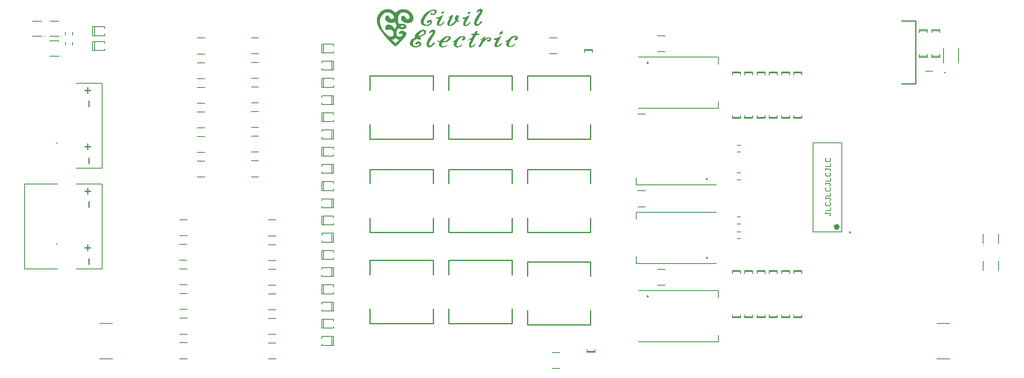
<source format=gto>
G04*
G04 #@! TF.GenerationSoftware,Altium Limited,Altium Designer,18.1.7 (191)*
G04*
G04 Layer_Color=65535*
%FSLAX44Y44*%
%MOMM*%
G71*
G01*
G75*
%ADD10C,0.2000*%
%ADD11C,0.6000*%
%ADD12C,0.2500*%
%ADD13C,0.2032*%
%ADD14C,0.1270*%
%ADD15C,0.1500*%
%ADD16C,0.2540*%
%ADD17C,0.1800*%
G36*
X1164715Y920107D02*
X1164924Y920065D01*
X1165132Y919982D01*
X1165424Y919857D01*
X1165674Y919690D01*
X1165965Y919441D01*
X1166007Y919399D01*
X1166132Y919316D01*
X1166298Y919191D01*
X1166423Y919024D01*
X1166465Y918982D01*
X1166548Y918857D01*
X1166632Y918691D01*
X1166757Y918483D01*
X1166715Y918441D01*
X1166673Y918316D01*
X1166590Y918149D01*
X1166507Y917983D01*
X1166465Y917941D01*
X1166423Y917816D01*
X1166298Y917649D01*
X1166173Y917524D01*
X1166132Y917483D01*
X1166007Y917441D01*
X1165799Y917316D01*
X1165549Y917150D01*
X1165215Y916983D01*
X1164882Y916775D01*
X1164132Y916316D01*
X1164091Y916275D01*
X1163966Y916233D01*
X1163757Y916150D01*
X1163508Y915983D01*
X1163174Y915858D01*
X1162841Y915650D01*
X1162133Y915275D01*
X1162091D01*
X1161966Y915233D01*
X1161800D01*
X1161550Y915275D01*
X1161466Y915317D01*
X1161300Y915400D01*
X1161133Y915525D01*
X1161008Y915692D01*
Y915733D01*
X1160966Y915816D01*
X1160925Y915941D01*
Y916191D01*
Y916441D01*
X1160966Y916775D01*
X1161091Y917191D01*
X1161258Y917649D01*
X1161300Y917691D01*
X1161383Y917858D01*
X1161550Y918108D01*
X1161716Y918399D01*
X1162216Y919024D01*
X1162508Y919357D01*
X1162841Y919649D01*
X1162883Y919690D01*
X1162966Y919732D01*
X1163133Y919816D01*
X1163341Y919899D01*
X1163841Y920065D01*
X1164132Y920149D01*
X1164549D01*
X1164715Y920107D01*
D02*
G37*
G36*
X1145179Y924106D02*
X1145762Y924064D01*
X1145845D01*
X1146054Y924023D01*
X1146345D01*
X1146720Y923981D01*
X1147220Y923898D01*
X1147720Y923856D01*
X1148803Y923731D01*
X1148886D01*
X1149053Y923689D01*
X1149303Y923606D01*
X1149636Y923481D01*
X1150011Y923273D01*
X1150344Y923065D01*
X1150677Y922731D01*
X1150969Y922356D01*
X1151011Y922315D01*
X1151094Y922148D01*
X1151177Y921940D01*
X1151302Y921648D01*
X1151386Y921273D01*
X1151469Y920857D01*
Y920399D01*
X1151427Y919899D01*
Y919857D01*
X1151386Y919816D01*
X1151344Y919690D01*
X1151302Y919524D01*
X1151219Y919316D01*
X1151136Y919066D01*
X1150886Y918441D01*
X1150511Y917733D01*
X1150011Y916899D01*
X1149386Y915983D01*
X1148636Y915025D01*
X1148595Y914983D01*
X1148553Y914900D01*
X1148386Y914775D01*
X1148220Y914650D01*
X1148011Y914442D01*
X1147762Y914234D01*
X1147428Y913984D01*
X1147095Y913775D01*
X1146262Y913317D01*
X1145262Y912901D01*
X1144721Y912776D01*
X1144137Y912651D01*
X1143513Y912567D01*
X1142680D01*
X1142430Y912609D01*
X1142138Y912651D01*
X1141763Y912734D01*
X1141430Y912817D01*
X1141055Y912984D01*
X1140722Y913192D01*
X1140680Y913234D01*
X1140555Y913276D01*
X1140388Y913400D01*
X1140180Y913609D01*
X1139930Y913817D01*
X1139639Y914109D01*
X1139389Y914442D01*
X1139139Y914858D01*
Y914900D01*
X1139097Y914983D01*
X1139055Y915108D01*
X1139014Y915275D01*
X1138972Y915483D01*
Y915733D01*
X1139014Y915983D01*
X1139139Y916233D01*
Y916275D01*
X1139222Y916358D01*
X1139389Y916608D01*
X1139722Y916941D01*
X1139930Y917066D01*
X1140180Y917191D01*
X1140222D01*
X1140305Y917233D01*
X1140430D01*
X1140597Y917274D01*
X1141013Y917316D01*
X1141471Y917274D01*
X1141555D01*
X1141680Y917233D01*
X1141805Y917150D01*
X1141930Y917025D01*
X1142055Y916816D01*
X1142138Y916566D01*
X1142180Y916233D01*
Y916191D01*
X1142221Y916066D01*
Y915941D01*
X1142305Y915733D01*
X1142471Y915400D01*
X1142638Y915275D01*
X1142804Y915192D01*
X1142888D01*
X1143138Y915150D01*
X1143471D01*
X1143929Y915192D01*
X1144013D01*
X1144179Y915275D01*
X1144471Y915358D01*
X1144804Y915525D01*
X1145220Y915733D01*
X1145679Y916066D01*
X1146137Y916483D01*
X1146553Y917025D01*
X1146595Y917108D01*
X1146762Y917316D01*
X1146928Y917608D01*
X1147137Y917983D01*
X1147345Y918483D01*
X1147512Y918982D01*
X1147595Y919524D01*
Y920065D01*
Y920107D01*
Y920232D01*
X1147553Y920399D01*
X1147512Y920607D01*
X1147428Y920815D01*
X1147345Y921065D01*
X1147178Y921273D01*
X1146970Y921482D01*
X1146928D01*
X1146887Y921565D01*
X1146762Y921607D01*
X1146637Y921690D01*
X1146220Y921815D01*
X1145679Y921898D01*
X1145179D01*
X1144679Y921815D01*
X1144096Y921732D01*
X1143971D01*
X1143804Y921690D01*
X1143638Y921648D01*
X1143138Y921523D01*
X1142638Y921357D01*
X1142596D01*
X1142513Y921315D01*
X1142388Y921273D01*
X1142180Y921190D01*
X1141971Y921107D01*
X1141680Y920982D01*
X1141055Y920690D01*
X1140347Y920315D01*
X1139555Y919899D01*
X1138722Y919399D01*
X1137931Y918857D01*
X1137889D01*
X1137847Y918774D01*
X1137722Y918691D01*
X1137556Y918566D01*
X1137181Y918232D01*
X1136639Y917774D01*
X1136014Y917233D01*
X1135348Y916608D01*
X1134681Y915941D01*
X1133973Y915192D01*
X1133932Y915150D01*
X1133890Y915067D01*
X1133765Y914942D01*
X1133598Y914775D01*
X1133390Y914567D01*
X1133182Y914317D01*
X1132640Y913692D01*
X1131974Y912901D01*
X1131307Y912067D01*
X1130599Y911151D01*
X1129891Y910151D01*
Y910110D01*
X1129808Y910026D01*
X1129725Y909901D01*
X1129558Y909693D01*
X1129391Y909443D01*
X1129225Y909152D01*
X1129016Y908818D01*
X1128766Y908443D01*
X1128267Y907569D01*
X1127683Y906610D01*
X1127142Y905569D01*
X1126600Y904444D01*
X1126559Y904361D01*
X1126475Y904194D01*
X1126350Y903903D01*
X1126184Y903528D01*
X1126017Y903070D01*
X1125809Y902528D01*
X1125601Y901987D01*
X1125434Y901404D01*
Y901320D01*
X1125392Y901154D01*
X1125351Y900820D01*
X1125267Y900404D01*
X1125226Y899904D01*
X1125184Y899362D01*
Y898737D01*
Y898113D01*
Y898029D01*
X1125226Y897821D01*
X1125267Y897488D01*
X1125351Y897071D01*
X1125475Y896613D01*
X1125642Y896071D01*
X1125892Y895530D01*
X1126225Y895030D01*
X1126267Y894988D01*
X1126392Y894822D01*
X1126600Y894614D01*
X1126892Y894364D01*
X1127267Y894072D01*
X1127683Y893822D01*
X1128225Y893531D01*
X1128850Y893322D01*
X1128891D01*
X1128975Y893281D01*
X1129100Y893239D01*
X1129266Y893197D01*
X1129516Y893156D01*
X1129766Y893114D01*
X1130433Y893072D01*
X1131182D01*
X1132099Y893114D01*
X1133057Y893322D01*
X1133557Y893447D01*
X1134057Y893655D01*
X1134098D01*
X1134182Y893697D01*
X1134348Y893781D01*
X1134515Y893864D01*
X1135056Y894114D01*
X1135681Y894447D01*
X1136348Y894947D01*
X1137014Y895488D01*
X1137639Y896197D01*
X1138181Y896988D01*
X1138222Y897030D01*
X1138306Y897196D01*
X1138389Y897446D01*
X1138514Y897738D01*
X1138556Y897821D01*
X1138597Y897988D01*
X1138639Y898238D01*
X1138680Y898529D01*
Y898571D01*
X1138722Y898696D01*
X1138680Y898946D01*
X1138597Y899237D01*
X1138556Y899279D01*
X1138472Y899404D01*
X1138347Y899571D01*
X1138181Y899654D01*
X1138139Y899696D01*
X1138056Y899737D01*
X1137847D01*
X1137556Y899654D01*
X1137473D01*
X1137347Y899571D01*
X1137139Y899487D01*
X1136973Y899321D01*
X1136931Y899279D01*
X1136806Y899154D01*
X1136681Y898904D01*
X1136598Y898613D01*
X1136556Y898571D01*
X1136514Y898404D01*
X1136389Y898154D01*
X1136264Y897821D01*
Y897779D01*
X1136181Y897654D01*
X1136098Y897488D01*
X1135973Y897321D01*
X1135640Y896863D01*
X1135431Y896696D01*
X1135223Y896530D01*
X1135181D01*
X1135098Y896488D01*
X1134931Y896446D01*
X1134765Y896405D01*
X1134515Y896363D01*
X1133890D01*
X1133557Y896446D01*
X1133515D01*
X1133432Y896488D01*
X1133265Y896530D01*
X1133057Y896613D01*
X1132849Y896738D01*
X1132640Y896905D01*
X1132432Y897071D01*
X1132265Y897321D01*
Y897363D01*
X1132224Y897446D01*
X1132141Y897571D01*
X1132099Y897779D01*
X1132016Y898029D01*
X1131974Y898321D01*
Y898654D01*
Y899071D01*
Y899154D01*
X1132016Y899321D01*
X1132099Y899571D01*
X1132182Y899904D01*
X1132307Y900279D01*
X1132515Y900654D01*
X1132765Y901070D01*
X1133099Y901404D01*
X1133140Y901445D01*
X1133307Y901528D01*
X1133515Y901695D01*
X1133807Y901862D01*
X1134140Y902070D01*
X1134557Y902320D01*
X1135473Y902737D01*
X1135556D01*
X1135723Y902820D01*
X1135973Y902861D01*
X1136348Y902945D01*
X1136723Y902986D01*
X1137181Y903070D01*
X1138222D01*
X1138389Y903028D01*
X1138639Y902945D01*
X1138972Y902861D01*
X1139347Y902695D01*
X1139764Y902445D01*
X1140180Y902153D01*
X1140597Y901778D01*
X1140638Y901737D01*
X1140763Y901612D01*
X1140972Y901404D01*
X1141180Y901154D01*
X1141430Y900820D01*
X1141638Y900445D01*
X1141763Y900029D01*
X1141846Y899571D01*
Y899529D01*
Y899362D01*
X1141888Y899112D01*
Y898821D01*
X1141846Y898446D01*
X1141805Y897988D01*
X1141680Y897571D01*
X1141555Y897071D01*
Y897030D01*
X1141513Y896946D01*
X1141471Y896821D01*
X1141388Y896655D01*
X1141180Y896197D01*
X1140888Y895655D01*
X1140513Y895030D01*
X1140014Y894405D01*
X1139430Y893822D01*
X1138764Y893322D01*
X1138722D01*
X1138680Y893281D01*
X1138556Y893197D01*
X1138431Y893114D01*
X1138014Y892864D01*
X1137473Y892572D01*
X1136848Y892239D01*
X1136140Y891906D01*
X1135348Y891573D01*
X1134515Y891281D01*
X1134473D01*
X1134348Y891239D01*
X1134140Y891156D01*
X1133890Y891115D01*
X1133598Y891031D01*
X1133224Y890948D01*
X1132432Y890864D01*
X1132224D01*
X1132016Y890823D01*
X1131724D01*
X1131391Y890781D01*
X1131016Y890740D01*
X1130224Y890615D01*
X1129933D01*
X1129558Y890656D01*
X1129100Y890698D01*
X1128516Y890781D01*
X1127850Y890864D01*
X1127142Y891031D01*
X1126350Y891198D01*
X1125559Y891448D01*
X1124726Y891739D01*
X1123893Y892073D01*
X1123101Y892531D01*
X1122351Y893031D01*
X1121601Y893614D01*
X1120977Y894280D01*
X1120394Y895030D01*
X1120352Y895072D01*
X1120268Y895238D01*
X1120185Y895488D01*
X1120019Y895822D01*
X1119852Y896238D01*
X1119685Y896738D01*
X1119560Y897321D01*
X1119394Y897988D01*
X1119311Y898737D01*
X1119269Y899529D01*
Y900445D01*
X1119352Y901362D01*
X1119519Y902403D01*
X1119769Y903445D01*
X1120144Y904611D01*
X1120643Y905777D01*
Y905819D01*
X1120685Y905861D01*
X1120810Y906111D01*
X1120977Y906486D01*
X1121268Y906944D01*
X1121601Y907569D01*
X1122018Y908277D01*
X1122476Y909068D01*
X1123018Y909901D01*
X1123643Y910818D01*
X1124309Y911734D01*
X1125059Y912692D01*
X1125851Y913650D01*
X1126725Y914650D01*
X1127642Y915566D01*
X1128600Y916483D01*
X1129641Y917358D01*
X1129725Y917399D01*
X1129891Y917566D01*
X1130224Y917774D01*
X1130641Y918108D01*
X1131182Y918441D01*
X1131849Y918899D01*
X1132557Y919357D01*
X1133432Y919857D01*
X1134348Y920357D01*
X1135348Y920899D01*
X1136431Y921440D01*
X1137597Y921982D01*
X1138805Y922523D01*
X1140097Y923023D01*
X1141430Y923481D01*
X1142804Y923898D01*
X1142888D01*
X1143054Y923939D01*
X1143304Y924023D01*
X1143679Y924064D01*
X1144137Y924106D01*
X1144637Y924148D01*
X1145179Y924106D01*
D02*
G37*
G36*
X1218035Y919482D02*
X1218327Y919441D01*
X1218618Y919357D01*
X1218660D01*
X1218743Y919316D01*
X1218910Y919232D01*
X1219118Y919107D01*
X1219535Y918816D01*
X1219701Y918607D01*
X1219868Y918399D01*
Y918357D01*
X1219910Y918232D01*
X1219951Y918024D01*
Y917733D01*
Y917649D01*
Y917483D01*
X1219868Y917316D01*
X1219785Y917191D01*
X1219743Y917150D01*
X1219576Y917025D01*
X1219368Y916858D01*
X1219035Y916650D01*
X1218702Y916400D01*
X1218285Y916108D01*
X1217410Y915525D01*
X1217369Y915483D01*
X1217202Y915400D01*
X1216952Y915275D01*
X1216619Y915150D01*
X1216202Y914983D01*
X1215744Y914817D01*
X1215244Y914650D01*
X1214703Y914483D01*
Y914567D01*
X1214661Y914775D01*
X1214619Y915108D01*
Y915525D01*
X1214661Y916025D01*
X1214703Y916566D01*
X1214869Y917108D01*
X1215078Y917649D01*
X1215119Y917691D01*
X1215203Y917858D01*
X1215328Y918108D01*
X1215577Y918399D01*
X1215827Y918691D01*
X1216202Y918982D01*
X1216661Y919232D01*
X1217160Y919441D01*
X1217202D01*
X1217285Y919482D01*
X1217410D01*
X1217577Y919524D01*
X1218035Y919482D01*
D02*
G37*
G36*
X1053661Y924731D02*
X1053994Y924689D01*
X1054410Y924648D01*
X1054869Y924606D01*
X1055368Y924523D01*
X1056452Y924314D01*
X1057660Y924023D01*
X1058909Y923648D01*
X1060159Y923106D01*
X1060201D01*
X1060284Y923023D01*
X1060492Y922940D01*
X1060701Y922815D01*
X1060992Y922690D01*
X1061325Y922481D01*
X1061700Y922273D01*
X1062117Y922023D01*
X1063033Y921398D01*
X1063991Y920649D01*
X1065033Y919774D01*
X1066074Y918774D01*
X1066116Y918732D01*
X1066241Y918607D01*
X1066449Y918399D01*
X1066699Y918149D01*
X1066741Y918108D01*
X1066866Y917983D01*
X1067032Y917774D01*
X1067199Y917524D01*
X1067282Y917483D01*
X1067365Y917441D01*
X1067532D01*
X1067615Y917399D01*
X1067782Y917316D01*
X1067990Y917191D01*
X1068032Y917233D01*
X1068074Y917274D01*
X1068282Y917524D01*
X1068574Y917858D01*
X1068865Y918232D01*
X1068907Y918274D01*
X1068948Y918316D01*
X1069157Y918566D01*
X1069448Y918899D01*
X1069823Y919274D01*
X1069865Y919316D01*
X1069948Y919399D01*
X1070073Y919524D01*
X1070240Y919690D01*
X1070490Y919899D01*
X1070781Y920149D01*
X1071073Y920399D01*
X1071448Y920690D01*
X1072281Y921315D01*
X1073197Y921982D01*
X1074280Y922565D01*
X1075405Y923106D01*
X1075447D01*
X1075530Y923148D01*
X1075697Y923231D01*
X1075947Y923315D01*
X1076238Y923439D01*
X1076571Y923523D01*
X1076946Y923648D01*
X1077363Y923814D01*
X1078321Y924064D01*
X1079446Y924314D01*
X1080654Y924481D01*
X1081945Y924606D01*
X1082362D01*
X1082695Y924648D01*
X1083528D01*
X1084028Y924606D01*
X1084569D01*
X1085194Y924564D01*
X1085819Y924523D01*
X1087235Y924398D01*
X1088693Y924148D01*
X1090151Y923814D01*
X1090193D01*
X1090318Y923773D01*
X1090526Y923689D01*
X1090818Y923606D01*
X1091151Y923481D01*
X1091568Y923315D01*
X1092026Y923106D01*
X1092526Y922898D01*
X1093650Y922356D01*
X1094858Y921690D01*
X1096108Y920857D01*
X1097358Y919899D01*
X1097399Y919857D01*
X1097483Y919816D01*
X1097608Y919690D01*
X1097774Y919524D01*
X1098232Y919107D01*
X1098816Y918524D01*
X1099441Y917816D01*
X1100149Y917025D01*
X1100815Y916150D01*
X1101482Y915192D01*
Y915150D01*
X1101565Y915067D01*
X1101648Y914942D01*
X1101773Y914733D01*
X1101898Y914525D01*
X1102065Y914234D01*
X1102398Y913525D01*
X1102815Y912734D01*
X1103190Y911776D01*
X1103565Y910734D01*
X1103898Y909610D01*
Y909568D01*
X1103939Y909401D01*
X1103981Y909193D01*
X1104064Y908860D01*
X1104106Y908443D01*
X1104189Y907985D01*
Y907485D01*
X1104231Y906902D01*
Y906277D01*
X1104189Y905611D01*
X1104106Y904944D01*
X1103939Y904236D01*
X1103773Y903528D01*
X1103523Y902778D01*
X1103190Y902028D01*
X1102773Y901320D01*
X1102731Y901279D01*
X1102648Y901154D01*
X1102523Y900987D01*
X1102315Y900737D01*
X1102065Y900445D01*
X1101773Y900070D01*
X1101398Y899737D01*
X1100982Y899321D01*
X1100524Y898946D01*
X1099982Y898529D01*
X1099399Y898154D01*
X1098732Y897779D01*
X1098066Y897446D01*
X1097316Y897155D01*
X1096525Y896905D01*
X1095650Y896696D01*
X1095608D01*
X1095442Y896655D01*
X1095233Y896613D01*
X1094900Y896571D01*
X1094525Y896530D01*
X1094067Y896488D01*
X1093567Y896446D01*
X1092984Y896405D01*
X1091734D01*
X1090359Y896488D01*
X1088943Y896696D01*
X1088235Y896863D01*
X1087527Y897071D01*
X1087485D01*
X1087360Y897113D01*
X1087152Y897196D01*
X1086902Y897321D01*
X1086569Y897446D01*
X1086152Y897654D01*
X1085736Y897863D01*
X1085236Y898113D01*
X1084736Y898404D01*
X1084194Y898737D01*
X1083611Y899112D01*
X1083028Y899529D01*
X1082445Y899987D01*
X1081862Y900529D01*
X1081320Y901070D01*
X1080737Y901695D01*
X1080695Y901737D01*
X1080570Y901903D01*
X1080404Y902112D01*
X1080154Y902445D01*
X1079904Y902820D01*
X1079654Y903236D01*
X1079446Y903695D01*
X1079237Y904194D01*
Y904236D01*
X1079154Y904444D01*
X1079071Y904694D01*
X1079029Y905069D01*
X1078946Y905486D01*
X1078904Y905986D01*
X1078863Y906486D01*
X1078904Y907069D01*
Y907152D01*
X1078946Y907360D01*
X1078988Y907652D01*
X1079112Y908027D01*
X1079237Y908443D01*
X1079404Y908902D01*
X1079654Y909360D01*
X1079946Y909776D01*
X1079987Y909818D01*
X1080112Y909943D01*
X1080320Y910151D01*
X1080570Y910359D01*
X1080904Y910610D01*
X1081320Y910901D01*
X1081778Y911151D01*
X1082278Y911359D01*
X1082362D01*
X1082528Y911401D01*
X1082778Y911484D01*
X1083111Y911526D01*
X1083944D01*
X1084403Y911484D01*
X1084819Y911359D01*
X1084861Y911318D01*
X1085028Y911276D01*
X1085236Y911151D01*
X1085486Y910943D01*
X1085819Y910734D01*
X1086152Y910484D01*
X1086486Y910151D01*
X1086819Y909776D01*
X1086860Y909735D01*
X1086902Y909651D01*
X1087027Y909526D01*
X1087152Y909360D01*
X1087444Y908902D01*
X1087777Y908402D01*
X1087819Y908360D01*
X1087860Y908277D01*
X1087985Y908152D01*
X1088110Y907943D01*
X1088402Y907485D01*
X1088735Y906902D01*
X1088777Y906819D01*
X1088943Y906652D01*
X1089152Y906361D01*
X1089443Y906027D01*
X1089818Y905652D01*
X1090276Y905277D01*
X1090776Y904986D01*
X1091359Y904736D01*
X1091443D01*
X1091651Y904653D01*
X1091943Y904611D01*
X1092359Y904569D01*
X1092817D01*
X1093359Y904653D01*
X1093900Y904819D01*
X1094483Y905069D01*
X1094567Y905111D01*
X1094733Y905236D01*
X1095025Y905403D01*
X1095317Y905694D01*
X1095692Y906027D01*
X1096025Y906444D01*
X1096316Y906944D01*
X1096525Y907527D01*
X1096566Y907610D01*
X1096608Y907819D01*
X1096650Y908152D01*
X1096691Y908568D01*
Y909068D01*
X1096608Y909651D01*
X1096483Y910276D01*
X1096233Y910901D01*
X1096191Y910943D01*
X1096150Y911109D01*
X1096025Y911318D01*
X1095858Y911651D01*
X1095608Y912026D01*
X1095317Y912442D01*
X1094983Y912901D01*
X1094567Y913442D01*
X1094109Y913942D01*
X1093609Y914483D01*
X1093026Y915025D01*
X1092359Y915566D01*
X1091609Y916108D01*
X1090818Y916608D01*
X1089985Y917025D01*
X1089026Y917441D01*
X1088985Y917483D01*
X1088777Y917524D01*
X1088527Y917608D01*
X1088152Y917733D01*
X1087694Y917858D01*
X1087152Y917983D01*
X1086527Y918066D01*
X1085861Y918191D01*
X1085111Y918274D01*
X1084361Y918316D01*
X1083528D01*
X1082737Y918232D01*
X1081862Y918149D01*
X1081029Y917941D01*
X1080154Y917691D01*
X1079321Y917358D01*
X1079279D01*
X1079237Y917316D01*
X1079112Y917233D01*
X1078946Y917150D01*
X1078529Y916941D01*
X1078029Y916608D01*
X1077446Y916191D01*
X1076863Y915692D01*
X1076280Y915067D01*
X1075738Y914400D01*
X1075697Y914317D01*
X1075530Y914067D01*
X1075280Y913692D01*
X1074988Y913192D01*
X1074655Y912609D01*
X1074322Y911901D01*
X1073989Y911151D01*
X1073739Y910318D01*
Y910276D01*
X1073697Y910151D01*
X1073655Y909985D01*
X1073614Y909735D01*
X1073531Y909443D01*
X1073447Y909068D01*
X1073364Y908693D01*
X1073322Y908235D01*
X1073156Y907235D01*
X1072989Y906069D01*
X1072906Y904861D01*
X1072864Y903611D01*
Y903570D01*
Y903445D01*
Y903278D01*
Y903028D01*
X1072906Y902737D01*
X1072947Y902362D01*
Y901945D01*
X1073031Y901487D01*
X1073156Y900445D01*
X1073364Y899321D01*
X1073655Y898113D01*
X1074030Y896863D01*
X1074072Y896780D01*
X1074114Y896613D01*
X1074239Y896321D01*
X1074364Y896030D01*
X1074530Y895697D01*
X1074697Y895363D01*
X1074905Y895113D01*
X1075072Y894947D01*
X1075155D01*
X1075280Y894905D01*
X1075780D01*
X1076113Y894947D01*
X1076571Y895030D01*
X1077155Y895155D01*
X1077196D01*
X1077280Y895197D01*
X1077404D01*
X1077571Y895238D01*
X1078029Y895322D01*
X1078613Y895363D01*
X1079321Y895447D01*
X1080112Y895488D01*
X1080987Y895447D01*
X1081862Y895405D01*
X1081945D01*
X1082070Y895363D01*
X1082237Y895322D01*
X1082695Y895238D01*
X1083278Y895072D01*
X1083944Y894905D01*
X1084736Y894655D01*
X1085569Y894364D01*
X1086402Y893989D01*
X1086444D01*
X1086569Y893905D01*
X1086652D01*
X1086819Y893822D01*
X1086860Y893781D01*
X1087027Y893697D01*
X1087277Y893531D01*
X1087569Y893281D01*
X1087943Y893031D01*
X1088318Y892697D01*
X1089110Y891989D01*
X1089152Y891948D01*
X1089277Y891823D01*
X1089401Y891573D01*
X1089610Y891281D01*
X1089776Y890864D01*
X1089901Y890406D01*
X1090026Y889865D01*
X1090068Y889282D01*
Y889198D01*
Y888990D01*
X1090026Y888657D01*
X1089943Y888282D01*
X1089818Y887824D01*
X1089610Y887365D01*
X1089360Y886907D01*
X1089026Y886491D01*
X1088985Y886449D01*
X1088818Y886324D01*
X1088568Y886116D01*
X1088277Y885908D01*
X1087902Y885658D01*
X1087444Y885366D01*
X1086985Y885116D01*
X1086486Y884866D01*
X1086444D01*
X1086361Y884824D01*
X1086194Y884741D01*
X1085986Y884658D01*
X1085694Y884575D01*
X1085361Y884449D01*
X1085028Y884324D01*
X1084611Y884241D01*
X1083695Y883991D01*
X1082695Y883825D01*
X1081653Y883700D01*
X1080445D01*
X1080279Y883741D01*
X1080070D01*
X1079779Y883783D01*
X1079487Y883825D01*
X1078737Y883991D01*
X1077863Y884241D01*
X1076905Y884616D01*
X1075905Y885116D01*
X1075363Y885408D01*
X1074864Y885741D01*
X1074822Y885782D01*
X1074738Y885824D01*
X1074614Y885908D01*
X1074405Y886032D01*
X1073989Y886199D01*
X1073781Y886241D01*
X1073531D01*
X1073489Y886199D01*
X1073239Y886116D01*
X1073114Y885991D01*
X1072906Y885824D01*
X1072739Y885616D01*
X1072531Y885366D01*
Y885324D01*
X1072448Y885241D01*
X1072364Y885116D01*
X1072239Y884908D01*
X1072114Y884699D01*
X1071948Y884408D01*
X1071573Y883741D01*
X1071156Y882950D01*
X1070740Y882075D01*
X1070323Y881075D01*
X1069990Y880076D01*
Y880034D01*
X1069948Y879951D01*
X1069906Y879784D01*
X1069865Y879576D01*
X1069823Y879326D01*
X1069781Y879034D01*
X1069698Y878659D01*
X1069657Y878284D01*
X1069573Y877410D01*
X1069531Y876368D01*
Y875285D01*
X1069657Y874119D01*
Y874077D01*
Y874035D01*
X1069698Y873911D01*
X1069740Y873744D01*
X1069823Y873369D01*
X1070031Y872869D01*
X1070240Y872286D01*
X1070573Y871661D01*
X1070990Y871036D01*
X1071489Y870453D01*
X1071573Y870411D01*
X1071739Y870203D01*
X1072073Y869995D01*
X1072489Y869703D01*
X1073031Y869370D01*
X1073655Y869120D01*
X1074364Y868870D01*
X1075155Y868704D01*
X1075863D01*
X1076405Y868787D01*
X1076988Y868912D01*
X1077696Y869078D01*
X1078446Y869370D01*
X1079237Y869787D01*
X1079279D01*
X1079321Y869828D01*
X1079571Y870036D01*
X1079946Y870286D01*
X1080404Y870661D01*
X1080904Y871078D01*
X1081362Y871619D01*
X1081778Y872203D01*
X1082112Y872828D01*
Y872869D01*
X1082153Y872994D01*
X1082195Y873161D01*
X1082237Y873411D01*
Y873661D01*
Y873952D01*
X1082153Y874285D01*
X1082028Y874577D01*
X1081987Y874619D01*
X1081945Y874702D01*
X1081820Y874785D01*
X1081653Y874910D01*
X1081404Y875035D01*
X1081154Y875160D01*
X1080820Y875202D01*
X1080445Y875244D01*
X1080362D01*
X1080237Y875202D01*
X1080070D01*
X1079696Y875119D01*
X1079237Y874994D01*
X1079196D01*
X1079154Y874952D01*
X1078863Y874910D01*
X1078488Y874827D01*
X1078113Y874744D01*
X1078071D01*
X1077988Y874702D01*
X1077821D01*
X1077613Y874660D01*
X1077155Y874619D01*
X1076613Y874577D01*
X1076488D01*
X1076363Y874619D01*
X1076197Y874660D01*
X1076030Y874744D01*
X1075822Y874869D01*
X1075613Y875035D01*
X1075405Y875244D01*
X1075363Y875285D01*
X1075322Y875368D01*
X1075238Y875493D01*
X1075155Y875702D01*
X1074947Y876160D01*
X1074905Y876452D01*
X1074864Y876743D01*
Y876785D01*
Y876868D01*
X1074905Y877035D01*
Y877243D01*
X1075030Y877743D01*
X1075238Y878326D01*
X1075280Y878368D01*
X1075322Y878493D01*
X1075405Y878701D01*
X1075572Y878951D01*
X1075738Y879201D01*
X1075988Y879492D01*
X1076280Y879742D01*
X1076613Y879951D01*
X1076655Y879992D01*
X1076780Y880034D01*
X1076988Y880117D01*
X1077238Y880242D01*
X1077530Y880367D01*
X1077863Y880492D01*
X1078613Y880659D01*
X1078737D01*
X1078863Y880701D01*
X1079029D01*
X1079279Y880742D01*
X1079529D01*
X1080195Y880784D01*
X1081778D01*
X1082653Y880701D01*
X1083528Y880575D01*
X1083653D01*
X1083778Y880534D01*
X1083944Y880492D01*
X1084361Y880367D01*
X1084944Y880159D01*
X1085611Y879867D01*
X1086361Y879534D01*
X1087110Y879076D01*
X1087860Y878493D01*
X1087943Y878409D01*
X1088152Y878243D01*
X1088443Y877951D01*
X1088777Y877576D01*
X1089152Y877118D01*
X1089485Y876618D01*
X1089776Y876035D01*
X1089985Y875452D01*
Y875368D01*
X1090026Y875160D01*
X1090068Y874827D01*
X1090026Y874369D01*
X1089943Y873827D01*
X1089776Y873244D01*
X1089526Y872578D01*
X1089110Y871869D01*
X1089068Y871786D01*
X1088902Y871578D01*
X1088652Y871203D01*
X1088360Y870745D01*
X1087985Y870203D01*
X1087527Y869578D01*
X1087069Y868953D01*
X1086569Y868287D01*
X1086527Y868204D01*
X1086319Y867995D01*
X1086069Y867662D01*
X1085694Y867246D01*
X1085277Y866746D01*
X1084778Y866162D01*
X1083778Y864955D01*
X1083736Y864913D01*
X1083611Y864788D01*
X1083445Y864538D01*
X1083195Y864246D01*
X1082861Y863871D01*
X1082487Y863455D01*
X1082028Y862955D01*
X1081570Y862413D01*
X1081029Y861789D01*
X1080487Y861164D01*
X1079237Y859831D01*
X1077904Y858415D01*
X1076530Y856957D01*
X1076488Y856915D01*
X1076363Y856790D01*
X1076155Y856582D01*
X1075863Y856290D01*
X1075530Y855957D01*
X1075113Y855540D01*
X1074655Y855082D01*
X1074155Y854540D01*
X1073572Y853999D01*
X1072989Y853416D01*
X1071656Y852166D01*
X1070198Y850833D01*
X1068698Y849500D01*
X1068657Y849458D01*
X1068615Y849417D01*
X1068365Y849167D01*
X1068324D01*
X1068198Y849084D01*
X1068032Y849000D01*
X1067824Y848875D01*
X1067782Y848917D01*
X1067574Y849084D01*
X1067324Y849292D01*
X1066949Y849583D01*
X1066532Y849958D01*
X1066032Y850333D01*
X1065033Y851208D01*
X1064991Y851250D01*
X1064783Y851416D01*
X1064533Y851625D01*
X1064200Y851916D01*
X1063783Y852291D01*
X1063325Y852666D01*
X1062325Y853541D01*
X1062242Y853624D01*
X1062033Y853791D01*
X1061700Y854124D01*
X1061284Y854540D01*
X1060742Y855082D01*
X1060076Y855749D01*
X1059326Y856457D01*
X1058534Y857248D01*
X1057660Y858123D01*
X1056743Y859081D01*
X1055743Y860081D01*
X1054744Y861122D01*
X1052619Y863330D01*
X1050495Y865663D01*
X1050411Y865746D01*
X1050245Y865954D01*
X1049953Y866288D01*
X1049537Y866746D01*
X1049037Y867329D01*
X1048412Y867995D01*
X1047746Y868745D01*
X1046996Y869620D01*
X1046204Y870536D01*
X1045329Y871578D01*
X1044455Y872619D01*
X1043538Y873786D01*
X1042580Y874952D01*
X1041622Y876160D01*
X1039664Y878659D01*
X1039622Y878701D01*
X1039539Y878826D01*
X1039414Y878993D01*
X1039248Y879242D01*
X1038998Y879534D01*
X1038748Y879909D01*
X1038456Y880326D01*
X1038123Y880742D01*
X1037415Y881784D01*
X1036623Y882950D01*
X1035790Y884158D01*
X1034957Y885449D01*
X1034915Y885491D01*
X1034874Y885616D01*
X1034749Y885782D01*
X1034582Y886074D01*
X1034416Y886366D01*
X1034207Y886782D01*
X1033957Y887199D01*
X1033707Y887699D01*
X1033416Y888240D01*
X1033166Y888823D01*
X1032583Y890073D01*
X1032000Y891489D01*
X1031458Y892947D01*
Y892989D01*
X1031416Y893156D01*
X1031333Y893406D01*
X1031250Y893781D01*
X1031125Y894197D01*
X1031000Y894697D01*
X1030875Y895280D01*
X1030750Y895905D01*
X1030583Y896571D01*
X1030458Y897321D01*
X1030250Y898863D01*
X1030083Y900529D01*
X1030000Y902195D01*
Y902237D01*
Y902278D01*
Y902403D01*
Y902570D01*
Y902986D01*
X1030042Y903528D01*
X1030083Y904194D01*
X1030125Y904903D01*
X1030208Y905694D01*
X1030333Y906486D01*
Y906569D01*
X1030375Y906777D01*
X1030458Y907110D01*
X1030583Y907569D01*
X1030750Y908110D01*
X1030958Y908777D01*
X1031208Y909526D01*
X1031541Y910359D01*
X1031916Y911234D01*
X1032333Y912192D01*
X1032874Y913150D01*
X1033457Y914192D01*
X1034124Y915233D01*
X1034915Y916275D01*
X1035749Y917358D01*
X1036707Y918399D01*
X1036748Y918441D01*
X1036873Y918566D01*
X1037040Y918732D01*
X1037290Y918982D01*
X1037581Y919274D01*
X1037956Y919566D01*
X1038373Y919940D01*
X1038873Y920315D01*
X1039414Y920732D01*
X1039956Y921148D01*
X1041206Y921940D01*
X1042622Y922690D01*
X1043372Y923023D01*
X1044121Y923315D01*
X1044163D01*
X1044288Y923398D01*
X1044538Y923439D01*
X1044829Y923565D01*
X1045204Y923648D01*
X1045663Y923773D01*
X1046204Y923898D01*
X1046746Y924064D01*
X1047412Y924189D01*
X1048079Y924314D01*
X1048829Y924439D01*
X1049578Y924564D01*
X1051245Y924731D01*
X1052994Y924772D01*
X1053369D01*
X1053661Y924731D01*
D02*
G37*
G36*
X1183794Y913150D02*
X1184085Y913067D01*
X1184294Y912901D01*
X1184335Y912859D01*
X1184419Y912734D01*
X1184544Y912526D01*
X1184627Y912151D01*
Y912109D01*
Y912067D01*
X1184669Y911859D01*
Y911568D01*
X1184627Y911276D01*
Y911234D01*
X1184585Y911193D01*
X1184544Y911068D01*
X1184460Y910901D01*
X1184252Y910443D01*
X1184002Y909860D01*
X1183711Y909152D01*
X1183377Y908402D01*
X1183002Y907569D01*
X1182628Y906736D01*
Y906694D01*
X1182586Y906652D01*
X1182544Y906527D01*
X1182461Y906361D01*
X1182253Y905902D01*
X1181961Y905319D01*
X1181669Y904611D01*
X1181295Y903861D01*
X1180920Y903028D01*
X1180545Y902195D01*
X1180503Y902112D01*
X1180420Y901945D01*
X1180295Y901653D01*
X1180128Y901279D01*
X1179920Y900820D01*
X1179712Y900279D01*
X1179462Y899737D01*
X1179253Y899154D01*
X1179212Y899071D01*
X1179128Y898904D01*
X1179004Y898613D01*
X1178878Y898238D01*
X1178670Y897779D01*
X1178462Y897280D01*
X1178004Y896197D01*
Y896113D01*
X1177962Y895905D01*
X1177921Y895655D01*
X1177837Y895322D01*
Y895238D01*
X1177795Y895072D01*
X1177754Y894780D01*
Y894530D01*
Y894489D01*
Y894364D01*
Y894197D01*
X1177795Y894030D01*
X1177837Y893781D01*
X1177962Y893572D01*
X1178087Y893406D01*
X1178295Y893239D01*
X1178337D01*
X1178379Y893156D01*
X1178504Y893114D01*
X1178629Y893031D01*
X1179045Y892947D01*
X1179295Y892989D01*
X1179587Y893031D01*
X1179628Y893072D01*
X1179753Y893114D01*
X1179795Y893156D01*
X1179837Y893239D01*
X1179878D01*
X1179962Y893322D01*
X1180045Y893406D01*
X1180211Y893531D01*
X1180670Y893864D01*
X1181253Y894280D01*
X1181961Y894780D01*
X1182711Y895363D01*
X1183544Y895947D01*
X1184377Y896613D01*
X1184419Y896655D01*
X1184460Y896696D01*
X1184585Y896780D01*
X1184752Y896905D01*
X1185169Y897280D01*
X1185710Y897779D01*
X1186335Y898363D01*
X1187001Y899029D01*
X1187710Y899779D01*
X1188376Y900612D01*
X1188418Y900654D01*
X1188459Y900737D01*
X1188543Y900862D01*
X1188668Y901029D01*
X1188834Y901487D01*
X1188876Y901695D01*
X1188918Y901945D01*
Y901987D01*
Y902070D01*
Y902195D01*
Y902403D01*
X1188834Y902861D01*
X1188751Y903403D01*
Y903445D01*
X1188709Y903528D01*
Y903653D01*
X1188668Y903820D01*
X1188584Y904278D01*
X1188501Y904903D01*
X1188459Y905611D01*
Y906402D01*
X1188501Y907194D01*
X1188668Y908027D01*
Y908068D01*
X1188709Y908110D01*
Y908235D01*
X1188793Y908402D01*
X1188959Y908818D01*
X1189209Y909318D01*
X1189542Y909943D01*
X1190001Y910568D01*
X1190584Y911234D01*
X1191334Y911859D01*
X1191375Y911901D01*
X1191459Y911943D01*
X1191584Y912067D01*
X1191792Y912192D01*
X1192250Y912442D01*
X1192750Y912734D01*
X1192792D01*
X1192875Y912776D01*
X1193042Y912817D01*
X1193250Y912859D01*
X1193500Y912901D01*
X1193791D01*
X1194083Y912859D01*
X1194416Y912734D01*
X1194458Y912692D01*
X1194583Y912651D01*
X1194750Y912526D01*
X1194958Y912401D01*
X1195374Y911984D01*
X1195541Y911734D01*
X1195708Y911443D01*
Y911401D01*
X1195749Y911276D01*
X1195791Y911109D01*
X1195833Y910901D01*
X1195874Y910610D01*
Y910318D01*
Y909610D01*
Y909568D01*
Y909443D01*
Y909277D01*
Y909027D01*
X1195833Y908735D01*
X1195791Y908402D01*
X1195708Y907694D01*
Y907652D01*
X1195666Y907527D01*
X1195624Y907360D01*
X1195583Y907110D01*
X1195541Y906819D01*
X1195458Y906486D01*
X1195291Y905777D01*
Y905736D01*
X1195249Y905611D01*
X1195166Y905444D01*
X1195124Y905194D01*
X1194916Y904611D01*
X1194666Y903944D01*
Y903903D01*
X1194624Y903778D01*
X1194541Y903611D01*
X1194458Y903361D01*
X1194333Y903070D01*
X1194208Y902737D01*
X1193958Y902028D01*
X1194000Y901987D01*
X1194125Y901903D01*
X1194375Y901737D01*
X1194624Y901612D01*
X1194958Y901487D01*
X1195374Y901404D01*
X1195791D01*
X1196249Y901487D01*
X1196291D01*
X1196457Y901528D01*
X1196707Y901570D01*
X1196999Y901612D01*
X1197374Y901653D01*
X1197790D01*
X1198207Y901612D01*
X1198665Y901487D01*
X1198624Y901445D01*
X1198499Y901279D01*
X1198249Y901029D01*
X1197957Y900737D01*
X1197624Y900404D01*
X1197207Y900070D01*
X1196749Y899737D01*
X1196249Y899487D01*
X1196207Y899446D01*
X1195999Y899404D01*
X1195749Y899321D01*
X1195374Y899237D01*
X1194958Y899154D01*
X1193958D01*
X1193375Y899237D01*
X1193333D01*
X1193208Y899279D01*
X1192292D01*
X1191792Y899154D01*
X1191750D01*
X1191709Y899112D01*
X1191417Y898946D01*
X1191042Y898696D01*
X1190667Y898279D01*
X1190626Y898238D01*
X1190501Y898071D01*
X1190334Y897863D01*
X1190084Y897571D01*
X1189792Y897238D01*
X1189459Y896905D01*
X1188751Y896113D01*
X1188709Y896071D01*
X1188584Y895905D01*
X1188376Y895697D01*
X1188084Y895405D01*
X1187793Y895113D01*
X1187418Y894780D01*
X1186627Y894072D01*
X1186585Y894030D01*
X1186543Y893989D01*
X1186418Y893864D01*
X1186252Y893739D01*
X1186043Y893572D01*
X1185793Y893406D01*
X1185169Y892989D01*
X1184419Y892531D01*
X1183586Y892073D01*
X1182669Y891614D01*
X1181669Y891281D01*
X1181628D01*
X1181544Y891239D01*
X1181420Y891198D01*
X1181211Y891156D01*
X1180961Y891115D01*
X1180670Y891073D01*
X1180337Y890990D01*
X1179962Y890948D01*
X1179128Y890864D01*
X1178170D01*
X1177129Y890948D01*
X1176004Y891115D01*
X1175921D01*
X1175754Y891198D01*
X1175463Y891281D01*
X1175129Y891406D01*
X1174421Y891781D01*
X1174088Y891989D01*
X1173838Y892281D01*
X1173796Y892322D01*
X1173755Y892406D01*
X1173630Y892614D01*
X1173505Y892864D01*
X1173380Y893197D01*
X1173255Y893614D01*
X1173130Y894114D01*
X1173047Y894697D01*
Y894738D01*
Y894905D01*
X1173005Y895155D01*
Y895488D01*
Y895905D01*
Y896321D01*
X1173130Y897238D01*
Y897280D01*
X1173172Y897446D01*
X1173255Y897696D01*
X1173380Y897988D01*
X1173505Y898321D01*
X1173630Y898737D01*
X1174005Y899571D01*
X1174046Y899654D01*
X1174130Y899862D01*
X1174296Y900154D01*
X1174505Y900570D01*
X1174755Y901029D01*
X1175005Y901528D01*
X1175588Y902653D01*
X1175629Y902737D01*
X1175713Y902903D01*
X1175838Y903195D01*
X1176004Y903570D01*
X1176254Y904028D01*
X1176504Y904569D01*
X1176754Y905111D01*
X1177046Y905694D01*
X1177087Y905777D01*
X1177212Y905944D01*
X1177379Y906236D01*
X1177504Y906569D01*
X1177545Y906652D01*
X1177671Y906860D01*
X1177837Y907194D01*
X1178004Y907610D01*
X1177879D01*
X1177712Y907569D01*
X1177504D01*
X1177004Y907527D01*
X1176338D01*
X1176213Y907485D01*
X1176046D01*
X1175588Y907444D01*
X1175129Y907360D01*
Y907402D01*
Y907527D01*
Y907777D01*
Y907819D01*
X1175088Y907860D01*
Y907902D01*
X1175129Y907943D01*
X1175171D01*
X1175213Y907985D01*
X1175463Y908152D01*
X1175796Y908443D01*
X1176296Y908777D01*
X1176837Y909152D01*
X1177462Y909568D01*
X1178129Y910026D01*
X1178795Y910484D01*
X1178837D01*
X1178878Y910526D01*
X1179128Y910693D01*
X1179503Y910943D01*
X1180003Y911276D01*
X1180545Y911693D01*
X1181170Y912109D01*
X1182544Y913026D01*
X1182628Y913067D01*
X1182794Y913109D01*
X1183086Y913150D01*
X1183502Y913192D01*
X1183586D01*
X1183794Y913150D01*
D02*
G37*
G36*
X1165382Y913484D02*
X1165340Y913442D01*
X1165299Y913317D01*
X1165215Y913192D01*
X1165007Y912776D01*
X1164757Y912276D01*
X1164424Y911651D01*
X1164091Y910984D01*
X1163382Y909610D01*
X1163341Y909526D01*
X1163216Y909277D01*
X1163049Y908943D01*
X1162841Y908485D01*
X1162549Y907902D01*
X1162258Y907277D01*
X1161925Y906610D01*
X1161550Y905944D01*
X1161508Y905861D01*
X1161425Y905652D01*
X1161258Y905319D01*
X1161050Y904903D01*
X1160800Y904444D01*
X1160508Y903903D01*
X1159883Y902737D01*
X1159842Y902653D01*
X1159717Y902445D01*
X1159550Y902153D01*
X1159342Y901737D01*
X1159092Y901237D01*
X1158759Y900695D01*
X1158467Y900112D01*
X1158134Y899487D01*
Y899446D01*
X1158092Y899404D01*
X1158009Y899279D01*
X1157926Y899112D01*
X1157717Y898696D01*
X1157509Y898196D01*
Y898154D01*
X1157467Y898071D01*
X1157384Y897946D01*
X1157301Y897779D01*
X1157134Y897363D01*
X1156926Y896863D01*
X1156884Y896821D01*
X1156842Y896655D01*
X1156759Y896446D01*
X1156676Y896155D01*
X1156468Y895488D01*
X1156426Y895113D01*
X1156384Y894780D01*
Y894738D01*
Y894655D01*
X1156426Y894489D01*
X1156468Y894280D01*
X1156551Y894072D01*
X1156634Y893864D01*
X1156801Y893655D01*
X1157009Y893489D01*
X1157051Y893447D01*
X1157176Y893406D01*
X1157342Y893322D01*
X1157592Y893281D01*
X1157842Y893239D01*
X1158134D01*
X1158467Y893281D01*
X1158759Y893406D01*
X1158800D01*
X1158884Y893447D01*
X1159009Y893531D01*
X1159175Y893655D01*
X1159633Y893905D01*
X1160133Y894280D01*
X1160175Y894322D01*
X1160342Y894447D01*
X1160550Y894655D01*
X1160842Y894905D01*
X1161175Y895197D01*
X1161591Y895530D01*
X1162424Y896280D01*
X1162466Y896321D01*
X1162633Y896446D01*
X1162841Y896655D01*
X1163133Y896905D01*
X1163466Y897238D01*
X1163841Y897571D01*
X1164674Y898279D01*
X1164715D01*
X1164757Y898363D01*
X1164965Y898529D01*
X1165257Y898779D01*
X1165549Y899071D01*
X1165632Y899112D01*
X1165799Y899279D01*
X1166090Y899529D01*
X1166423Y899862D01*
X1166465Y899821D01*
X1166548Y899779D01*
X1166757Y899529D01*
X1167007Y899196D01*
X1167048Y898988D01*
Y898779D01*
X1167007Y898696D01*
X1166965Y898529D01*
X1166840Y898279D01*
X1166673Y898029D01*
Y897988D01*
X1166590Y897946D01*
X1166548Y897821D01*
X1166423Y897654D01*
X1166132Y897280D01*
X1165715Y896738D01*
X1165215Y896155D01*
X1164674Y895530D01*
X1164049Y894864D01*
X1163382Y894197D01*
X1163299Y894114D01*
X1163091Y893905D01*
X1162716Y893614D01*
X1162216Y893239D01*
X1161591Y892781D01*
X1160925Y892322D01*
X1160133Y891864D01*
X1159259Y891406D01*
X1159217Y891364D01*
X1159050Y891323D01*
X1158800Y891239D01*
X1158509Y891156D01*
X1158134Y891031D01*
X1157676Y890948D01*
X1157259Y890906D01*
X1156759Y890864D01*
X1156509D01*
X1156259Y890906D01*
X1155884Y890948D01*
X1155509Y890990D01*
X1155051Y891115D01*
X1154593Y891239D01*
X1154135Y891406D01*
X1154093Y891448D01*
X1153927Y891489D01*
X1153718Y891614D01*
X1153427Y891823D01*
X1153135Y892031D01*
X1152802Y892322D01*
X1152510Y892697D01*
X1152219Y893114D01*
X1152177Y893156D01*
X1152135Y893364D01*
X1152052Y893614D01*
X1151927Y893989D01*
X1151844Y894447D01*
X1151802Y894947D01*
Y895488D01*
X1151844Y896113D01*
Y896155D01*
X1151886Y896321D01*
X1151927Y896530D01*
X1152010Y896821D01*
X1152094Y897155D01*
X1152177Y897488D01*
X1152469Y898279D01*
Y898321D01*
X1152510Y898446D01*
X1152594Y898654D01*
X1152677Y898946D01*
X1152802Y899279D01*
X1152927Y899654D01*
X1153260Y900445D01*
X1153302Y900487D01*
X1153343Y900654D01*
X1153468Y900862D01*
X1153593Y901154D01*
X1153760Y901487D01*
X1153927Y901903D01*
X1154385Y902737D01*
X1154426Y902778D01*
X1154510Y902945D01*
X1154635Y903153D01*
X1154801Y903445D01*
X1154968Y903820D01*
X1155176Y904236D01*
X1155676Y905153D01*
X1153593D01*
X1153260Y905236D01*
X1153177D01*
X1152885Y905319D01*
X1152510Y905444D01*
X1152135Y905611D01*
X1152094D01*
X1152052Y905652D01*
X1151760Y905777D01*
X1151427Y905944D01*
X1151094Y906194D01*
X1151052Y906236D01*
X1151011Y906319D01*
X1150927Y906444D01*
X1150802Y906569D01*
X1150719Y906777D01*
X1150677Y906985D01*
Y907194D01*
X1150719Y907444D01*
Y907485D01*
X1150761Y907569D01*
X1150927Y907777D01*
X1151052Y907902D01*
X1151219Y908027D01*
X1151469Y908068D01*
X1151760Y908110D01*
X1152052D01*
X1152260Y908152D01*
X1152510D01*
X1152843Y908193D01*
X1153552Y908277D01*
X1154385Y908402D01*
X1155301Y908652D01*
X1156259Y908943D01*
X1157176Y909360D01*
X1157217D01*
X1157301Y909401D01*
X1157426Y909485D01*
X1157592Y909568D01*
X1157842Y909693D01*
X1158092Y909818D01*
X1158759Y910110D01*
X1159509Y910484D01*
X1160342Y910943D01*
X1161216Y911401D01*
X1162133Y911859D01*
X1162175Y911901D01*
X1162258Y911943D01*
X1162383Y912026D01*
X1162591Y912151D01*
X1163049Y912401D01*
X1163632Y912651D01*
X1163674D01*
X1163757Y912734D01*
X1163924Y912817D01*
X1164132Y912901D01*
X1164382Y913026D01*
X1164674Y913192D01*
X1165382Y913525D01*
Y913484D01*
D02*
G37*
G36*
X1241113Y925439D02*
X1241612Y925397D01*
X1242196Y925231D01*
X1242279D01*
X1242446Y925147D01*
X1242695Y925064D01*
X1243029Y924939D01*
X1243362Y924731D01*
X1243737Y924523D01*
X1244070Y924231D01*
X1244362Y923898D01*
X1244403Y923856D01*
X1244487Y923731D01*
X1244612Y923565D01*
X1244695Y923273D01*
X1244820Y922940D01*
X1244862Y922565D01*
Y922065D01*
X1244778Y921565D01*
Y921523D01*
X1244737Y921357D01*
X1244695Y921107D01*
X1244653Y920773D01*
X1244528Y920399D01*
X1244445Y919982D01*
X1244112Y919107D01*
Y919066D01*
X1244028Y918899D01*
X1243945Y918691D01*
X1243820Y918357D01*
X1243654Y918024D01*
X1243445Y917649D01*
X1243029Y916858D01*
X1242987Y916816D01*
X1242945Y916691D01*
X1242821Y916441D01*
X1242654Y916150D01*
X1242446Y915816D01*
X1242196Y915358D01*
X1241904Y914900D01*
X1241612Y914359D01*
X1241279Y913734D01*
X1240904Y913109D01*
X1240154Y911776D01*
X1239321Y910318D01*
X1238447Y908818D01*
X1238405Y908777D01*
X1238322Y908652D01*
X1238197Y908443D01*
X1238030Y908152D01*
X1237822Y907777D01*
X1237572Y907360D01*
X1237280Y906860D01*
X1236989Y906319D01*
X1236655Y905736D01*
X1236281Y905111D01*
X1235489Y903778D01*
X1234656Y902320D01*
X1233823Y900820D01*
X1233781Y900779D01*
X1233739Y900654D01*
X1233615Y900487D01*
X1233531Y900237D01*
X1233365Y899987D01*
X1233240Y899654D01*
X1232948Y898904D01*
Y898863D01*
X1232906Y898737D01*
X1232823Y898488D01*
X1232740Y898238D01*
X1232656Y897904D01*
X1232573Y897571D01*
X1232406Y896780D01*
Y896696D01*
X1232365Y896530D01*
Y896280D01*
X1232323Y895988D01*
X1232365Y895613D01*
X1232448Y895280D01*
X1232615Y894947D01*
X1232865Y894697D01*
X1232906D01*
X1232990Y894614D01*
X1233156Y894572D01*
X1233365Y894489D01*
X1233656Y894447D01*
X1234031D01*
X1234448Y894489D01*
X1234948Y894614D01*
X1234989Y894655D01*
X1235198Y894697D01*
X1235447Y894822D01*
X1235739Y894988D01*
X1236114Y895197D01*
X1236530Y895405D01*
X1237280Y895988D01*
X1237322Y896030D01*
X1237447Y896155D01*
X1237655Y896363D01*
X1237905Y896613D01*
X1238238Y896946D01*
X1238572Y897280D01*
X1239280Y898029D01*
X1239321Y898071D01*
X1239363Y898154D01*
X1239488Y898279D01*
X1239613Y898446D01*
X1239988Y898863D01*
X1240446Y899321D01*
X1240488Y899362D01*
X1240529Y899446D01*
X1240654Y899529D01*
X1240821Y899696D01*
X1241238Y900029D01*
X1241737Y900362D01*
X1241779Y900404D01*
X1241946Y900487D01*
X1242237Y900529D01*
X1242821D01*
X1243070Y900487D01*
X1243362Y900445D01*
X1243487Y900362D01*
X1243570Y900279D01*
X1243612Y900237D01*
X1243695Y900070D01*
X1243779Y899779D01*
X1243820Y899571D01*
Y899321D01*
Y899279D01*
Y899196D01*
X1243779Y898946D01*
X1243737Y898613D01*
X1243654Y898488D01*
X1243570Y898363D01*
Y898321D01*
X1243487Y898279D01*
X1243404Y898154D01*
X1243237Y897988D01*
X1242904Y897571D01*
X1242404Y897071D01*
X1241821Y896446D01*
X1241196Y895780D01*
X1240488Y895072D01*
X1239738Y894364D01*
X1239696D01*
X1239655Y894280D01*
X1239530Y894197D01*
X1239405Y894030D01*
X1238988Y893697D01*
X1238405Y893239D01*
X1237738Y892739D01*
X1236947Y892239D01*
X1236072Y891698D01*
X1235114Y891198D01*
X1235072D01*
X1234989Y891156D01*
X1234864Y891073D01*
X1234656Y891031D01*
X1234406Y890948D01*
X1234156Y890864D01*
X1233490Y890740D01*
X1232698Y890698D01*
X1231865Y890740D01*
X1231448Y890823D01*
X1231032Y890948D01*
X1230574Y891156D01*
X1230157Y891406D01*
X1230115D01*
X1230074Y891489D01*
X1229824Y891656D01*
X1229449Y891989D01*
X1229032Y892448D01*
X1228574Y893031D01*
X1228158Y893739D01*
X1227824Y894572D01*
X1227699Y895030D01*
X1227616Y895488D01*
Y895530D01*
X1227574Y895697D01*
X1227533Y895947D01*
Y896197D01*
Y896280D01*
Y896488D01*
X1227491Y896780D01*
X1227449Y897155D01*
Y897196D01*
Y897238D01*
X1227491Y897363D01*
Y897530D01*
X1227574Y897946D01*
X1227658Y898488D01*
X1227783Y899112D01*
X1227908Y899821D01*
X1228116Y900612D01*
X1228324Y901404D01*
Y901445D01*
X1228366Y901487D01*
Y901612D01*
X1228449Y901778D01*
X1228574Y902153D01*
X1228741Y902695D01*
X1228991Y903320D01*
X1229282Y904028D01*
X1229615Y904778D01*
X1229990Y905527D01*
Y905569D01*
X1230032Y905611D01*
X1230115Y905736D01*
X1230199Y905902D01*
X1230449Y906277D01*
X1230782Y906819D01*
X1231157Y907444D01*
X1231573Y908152D01*
X1232073Y908902D01*
X1232573Y909693D01*
Y909735D01*
X1232656Y909776D01*
X1232698Y909901D01*
X1232823Y910068D01*
X1233115Y910443D01*
X1233448Y910984D01*
X1233865Y911609D01*
X1234364Y912276D01*
X1234864Y913026D01*
X1235364Y913775D01*
X1235406Y913817D01*
X1235489Y913984D01*
X1235656Y914192D01*
X1235864Y914483D01*
X1236114Y914817D01*
X1236405Y915150D01*
X1237030Y915900D01*
X1237072Y915941D01*
X1237197Y916066D01*
X1237364Y916275D01*
X1237572Y916566D01*
X1237822Y916858D01*
X1238113Y917233D01*
X1238697Y917983D01*
X1238738Y918024D01*
X1238863Y918191D01*
X1239030Y918441D01*
X1239196Y918691D01*
X1239238Y918774D01*
X1239321Y918941D01*
X1239446Y919191D01*
X1239571Y919441D01*
Y919482D01*
X1239613Y919566D01*
Y919690D01*
Y919857D01*
X1239571Y920274D01*
X1239530Y920482D01*
X1239405Y920690D01*
X1239321Y920773D01*
X1239113Y920857D01*
X1238738Y920940D01*
X1238530D01*
X1238238Y920857D01*
X1238197D01*
X1238113Y920815D01*
X1237988Y920773D01*
X1237822Y920690D01*
X1237405Y920440D01*
X1236947Y920149D01*
X1236905D01*
X1236822Y920065D01*
X1236697Y919982D01*
X1236530Y919899D01*
X1236114Y919607D01*
X1235656Y919274D01*
X1235614D01*
X1235572Y919191D01*
X1235322Y918982D01*
X1234948Y918649D01*
X1234489Y918232D01*
X1234448D01*
X1234406Y918149D01*
X1234156Y918066D01*
X1233989Y918024D01*
X1233781D01*
X1233531Y918108D01*
X1233281Y918232D01*
X1233240Y918274D01*
X1233156Y918357D01*
X1233073Y918483D01*
X1232948Y918649D01*
X1232865Y918857D01*
X1232781Y919107D01*
X1232740Y919357D01*
X1232781Y919649D01*
Y919690D01*
X1232823Y919774D01*
X1232865Y919940D01*
X1232906Y920107D01*
X1233073Y920607D01*
X1233281Y921190D01*
Y921232D01*
X1233323Y921273D01*
X1233406Y921398D01*
X1233490Y921565D01*
X1233781Y921940D01*
X1234198Y922440D01*
X1234698Y922981D01*
X1235364Y923565D01*
X1236155Y924106D01*
X1237114Y924606D01*
X1237155D01*
X1237197Y924648D01*
X1237447Y924731D01*
X1237780Y924898D01*
X1238238Y925064D01*
X1238780Y925189D01*
X1239363Y925356D01*
X1239988Y925439D01*
X1240613Y925481D01*
X1240904D01*
X1241113Y925439D01*
D02*
G37*
G36*
X1218618Y912859D02*
X1218577Y912817D01*
X1218535Y912692D01*
X1218452Y912567D01*
X1218243Y912151D01*
X1217993Y911609D01*
X1217660Y911026D01*
X1217327Y910318D01*
X1216619Y908902D01*
X1216577Y908818D01*
X1216452Y908568D01*
X1216286Y908193D01*
X1216036Y907735D01*
X1215744Y907152D01*
X1215411Y906527D01*
X1214703Y905153D01*
X1214661Y905069D01*
X1214578Y904903D01*
X1214411Y904569D01*
X1214203Y904194D01*
X1213953Y903695D01*
X1213703Y903195D01*
X1213078Y902028D01*
X1213036Y901945D01*
X1212912Y901778D01*
X1212745Y901445D01*
X1212537Y901029D01*
X1212287Y900570D01*
X1211995Y900029D01*
X1211412Y898904D01*
Y898863D01*
X1211370Y898779D01*
X1211287Y898654D01*
X1211204Y898488D01*
X1210995Y898071D01*
X1210787Y897571D01*
Y897530D01*
X1210745Y897488D01*
X1210662Y897363D01*
X1210579Y897196D01*
X1210370Y896780D01*
X1210162Y896280D01*
Y896238D01*
X1210079Y896071D01*
X1209996Y895863D01*
X1209912Y895613D01*
X1209829Y895280D01*
X1209787Y894947D01*
X1209746Y894572D01*
Y894197D01*
Y894155D01*
Y894072D01*
X1209787Y893905D01*
X1209829Y893697D01*
X1209912Y893489D01*
X1209996Y893322D01*
X1210162Y893114D01*
X1210370Y892947D01*
X1210412Y892906D01*
X1210537Y892864D01*
X1210704Y892781D01*
X1210954Y892697D01*
X1211204Y892656D01*
X1211453Y892614D01*
X1211745Y892656D01*
X1211995Y892781D01*
X1212037D01*
X1212120Y892822D01*
X1212287Y892906D01*
X1212453Y893031D01*
X1212912Y893281D01*
X1213411Y893655D01*
X1213453Y893697D01*
X1213620Y893822D01*
X1213870Y894030D01*
X1214161Y894322D01*
X1214494Y894614D01*
X1214911Y894988D01*
X1215744Y895738D01*
X1215786Y895780D01*
X1215952Y895947D01*
X1216161Y896155D01*
X1216494Y896446D01*
X1216827Y896780D01*
X1217244Y897155D01*
X1218119Y897946D01*
X1218160Y897988D01*
X1218368Y898154D01*
X1218618Y898363D01*
X1218993Y898613D01*
X1219077Y898654D01*
X1219243Y898821D01*
X1219535Y899029D01*
X1219868Y899321D01*
X1219910Y899279D01*
X1219951Y899196D01*
X1220035Y899029D01*
X1220118Y898821D01*
X1220201Y898363D01*
X1220243Y898154D01*
X1220201Y897946D01*
Y897904D01*
X1220160Y897863D01*
X1220076Y897654D01*
X1219910Y897363D01*
X1219701Y897071D01*
X1219618Y896988D01*
X1219452Y896780D01*
X1219160Y896405D01*
X1218785Y895947D01*
X1218368Y895447D01*
X1217827Y894864D01*
X1217285Y894239D01*
X1216702Y893655D01*
X1216619Y893572D01*
X1216411Y893406D01*
X1216077Y893114D01*
X1215661Y892781D01*
X1215119Y892364D01*
X1214494Y891906D01*
X1213828Y891448D01*
X1213078Y891031D01*
X1213036D01*
X1212995Y890990D01*
X1212745Y890906D01*
X1212412Y890740D01*
X1211995Y890615D01*
X1211953D01*
X1211912Y890573D01*
X1211662Y890531D01*
X1211329Y890406D01*
X1210954Y890323D01*
X1210829D01*
X1210662Y890281D01*
X1209871D01*
X1209204Y890365D01*
X1208413Y890490D01*
X1207621Y890740D01*
X1207205Y890948D01*
X1206830Y891156D01*
X1206497Y891406D01*
X1206163Y891739D01*
Y891781D01*
X1206080Y891823D01*
X1205913Y892073D01*
X1205663Y892489D01*
X1205413Y893031D01*
X1205163Y893739D01*
X1205039Y894572D01*
Y895030D01*
X1205080Y895530D01*
X1205163Y896071D01*
X1205288Y896613D01*
Y896655D01*
X1205372Y896821D01*
X1205455Y897071D01*
X1205538Y897363D01*
X1205705Y897738D01*
X1205872Y898154D01*
X1206246Y899071D01*
X1206288Y899112D01*
X1206372Y899279D01*
X1206455Y899529D01*
X1206621Y899821D01*
X1206788Y900195D01*
X1206996Y900612D01*
X1207413Y901487D01*
Y901528D01*
X1207455Y901612D01*
X1207538Y901737D01*
X1207621Y901945D01*
X1207871Y902403D01*
X1208163Y902986D01*
Y903028D01*
X1208246Y903111D01*
X1208288Y903278D01*
X1208413Y903486D01*
X1208538Y903778D01*
X1208663Y904070D01*
X1208954Y904736D01*
X1208413D01*
X1207871Y904694D01*
X1207288Y904653D01*
X1206455D01*
X1205997Y904736D01*
X1205955D01*
X1205913Y904778D01*
X1205663Y904861D01*
X1205372Y905028D01*
X1205039Y905236D01*
X1204997Y905277D01*
X1204955Y905319D01*
X1204747Y905527D01*
X1204455Y905819D01*
X1204164Y906111D01*
X1204122Y906194D01*
X1204080Y906361D01*
X1204039Y906652D01*
X1204080Y906985D01*
Y907027D01*
X1204122Y907069D01*
X1204247Y907277D01*
X1204372Y907360D01*
X1204539Y907444D01*
X1204705Y907485D01*
X1204955Y907527D01*
X1205288D01*
X1205580Y907569D01*
X1205872D01*
X1206246Y907610D01*
X1206663Y907652D01*
X1207121Y907735D01*
X1208121Y907943D01*
X1209246Y908235D01*
X1210370Y908652D01*
X1211495Y909193D01*
X1211537Y909235D01*
X1211620Y909277D01*
X1211787Y909360D01*
X1211995Y909485D01*
X1212245Y909651D01*
X1212578Y909818D01*
X1212912Y910026D01*
X1213328Y910235D01*
X1214203Y910734D01*
X1215203Y911276D01*
X1216286Y911817D01*
X1217410Y912401D01*
X1217452D01*
X1217577Y912442D01*
X1217744Y912526D01*
X1217952Y912567D01*
X1217993Y912609D01*
X1218119Y912692D01*
X1218285Y912776D01*
X1218618Y912901D01*
Y912859D01*
D02*
G37*
G36*
X1233281Y880617D02*
X1233573Y880492D01*
X1233823Y880326D01*
X1233865Y880284D01*
X1233906Y880201D01*
X1234031Y880076D01*
X1234156Y879867D01*
X1234239Y879617D01*
X1234323Y879284D01*
X1234364Y878909D01*
X1234323Y878493D01*
Y878409D01*
X1234281Y878243D01*
X1234198Y877993D01*
X1234073Y877701D01*
X1234031Y877660D01*
X1233989Y877493D01*
X1233865Y877243D01*
X1233739Y876910D01*
X1233698Y876868D01*
X1233615Y876702D01*
X1233531Y876452D01*
X1233448Y876202D01*
X1233406Y876160D01*
X1233323Y875952D01*
X1233198Y875660D01*
X1233031Y875244D01*
X1233198D01*
X1233365Y875202D01*
X1233615D01*
X1234198Y875160D01*
X1234864Y875077D01*
X1234989D01*
X1235156Y875035D01*
X1235364D01*
X1235906Y874994D01*
X1236489Y874910D01*
X1236614D01*
X1236697Y874869D01*
X1236864D01*
X1237239Y874785D01*
X1237655Y874660D01*
X1237697D01*
X1237738Y874619D01*
X1237905Y874410D01*
X1238113Y874119D01*
X1238197Y873869D01*
X1238238Y873619D01*
Y873577D01*
Y873494D01*
X1238197Y873327D01*
X1238155Y873161D01*
X1237988Y872744D01*
X1237863Y872578D01*
X1237655Y872453D01*
X1237614D01*
X1237572Y872411D01*
X1237447Y872369D01*
X1237280Y872328D01*
X1236905Y872203D01*
X1236405Y872119D01*
X1235906D01*
X1235406Y872078D01*
X1234781Y872036D01*
X1234281D01*
X1233781Y872078D01*
X1233198Y872119D01*
X1232573D01*
X1232032Y872036D01*
X1231740Y871911D01*
X1231448Y871786D01*
X1231407Y871744D01*
X1231365Y871703D01*
X1231240Y871578D01*
X1231074Y871411D01*
X1230740Y870953D01*
X1230407Y870370D01*
X1230365Y870286D01*
X1230240Y870078D01*
X1230074Y869745D01*
X1229865Y869287D01*
X1229574Y868745D01*
X1229282Y868162D01*
X1228574Y866912D01*
X1228532Y866829D01*
X1228408Y866621D01*
X1228241Y866288D01*
X1228033Y865871D01*
X1227741Y865329D01*
X1227449Y864788D01*
X1227116Y864163D01*
X1226741Y863496D01*
Y863455D01*
X1226700Y863413D01*
X1226616Y863288D01*
X1226533Y863122D01*
X1226325Y862705D01*
X1226033Y862122D01*
X1225700Y861455D01*
X1225325Y860706D01*
X1224908Y859873D01*
X1224492Y859039D01*
Y858998D01*
X1224450Y858956D01*
X1224367Y858831D01*
X1224284Y858664D01*
X1224075Y858248D01*
X1223784Y857665D01*
X1223450Y856998D01*
X1223076Y856248D01*
X1222659Y855415D01*
X1222284Y854582D01*
Y854540D01*
X1222201Y854457D01*
X1222159Y854291D01*
X1222034Y854124D01*
X1221826Y853624D01*
X1221618Y853041D01*
Y852999D01*
X1221576Y852916D01*
X1221493Y852749D01*
X1221409Y852541D01*
X1221284Y852041D01*
X1221159Y851458D01*
Y851416D01*
Y851250D01*
Y851041D01*
Y850750D01*
X1221243Y850458D01*
X1221368Y850167D01*
X1221534Y849875D01*
X1221784Y849667D01*
X1221826D01*
X1221909Y849583D01*
X1222076Y849542D01*
X1222326Y849500D01*
X1222576Y849458D01*
X1222909Y849500D01*
X1223242Y849583D01*
X1223617Y849750D01*
X1223659D01*
X1223784Y849833D01*
X1223950Y849917D01*
X1224159Y850042D01*
X1224659Y850375D01*
X1225158Y850833D01*
X1225200Y850875D01*
X1225283Y850958D01*
X1225450Y851083D01*
X1225658Y851250D01*
X1226116Y851666D01*
X1226658Y852166D01*
X1226700Y852208D01*
X1226825Y852333D01*
X1226991Y852499D01*
X1227199Y852749D01*
X1227491Y852999D01*
X1227783Y853333D01*
X1228491Y854082D01*
X1228532Y854124D01*
X1228658Y854249D01*
X1228824Y854457D01*
X1229032Y854666D01*
X1229324Y854957D01*
X1229615Y855290D01*
X1230240Y855999D01*
X1230282D01*
X1230407Y855915D01*
X1230490Y855873D01*
X1230657Y855749D01*
Y855707D01*
X1230615Y855540D01*
X1230574Y855290D01*
X1230490Y855040D01*
Y854999D01*
X1230449Y854832D01*
X1230365Y854582D01*
X1230240Y854332D01*
X1230199Y854249D01*
X1230074Y854041D01*
X1229907Y853749D01*
X1229657Y853333D01*
X1229366Y852833D01*
X1229032Y852333D01*
X1228241Y851208D01*
X1228199Y851125D01*
X1228033Y850958D01*
X1227783Y850667D01*
X1227491Y850333D01*
X1227075Y849917D01*
X1226658Y849458D01*
X1226158Y849000D01*
X1225617Y848542D01*
X1225575Y848500D01*
X1225450Y848417D01*
X1225242Y848250D01*
X1224950Y848084D01*
X1224617Y847876D01*
X1224200Y847667D01*
X1223784Y847501D01*
X1223326Y847334D01*
X1223284D01*
X1223117Y847251D01*
X1222867Y847209D01*
X1222576Y847126D01*
X1222201Y847042D01*
X1221784Y846959D01*
X1221368Y846917D01*
X1220909Y846876D01*
X1220326D01*
X1220035Y846917D01*
X1219701Y847001D01*
X1219285Y847126D01*
X1218827Y847292D01*
X1218368Y847501D01*
X1217952Y847834D01*
X1217910Y847876D01*
X1217744Y848042D01*
X1217577Y848292D01*
X1217327Y848625D01*
X1217119Y849000D01*
X1216952Y849500D01*
X1216827Y850042D01*
Y850667D01*
Y850708D01*
Y850875D01*
Y851125D01*
X1216869Y851458D01*
Y851833D01*
X1216910Y852249D01*
X1216994Y853124D01*
Y853166D01*
X1217035Y853333D01*
X1217077Y853541D01*
X1217119Y853832D01*
X1217202Y854166D01*
X1217327Y854540D01*
X1217577Y855374D01*
Y855415D01*
X1217619Y855457D01*
X1217702Y855707D01*
X1217827Y856082D01*
X1217993Y856582D01*
X1218202Y857123D01*
X1218493Y857748D01*
X1219077Y859123D01*
X1219118Y859206D01*
X1219243Y859414D01*
X1219410Y859789D01*
X1219618Y860247D01*
X1219910Y860831D01*
X1220201Y861497D01*
X1220493Y862205D01*
X1220826Y862955D01*
X1220743Y862913D01*
X1220535Y862872D01*
X1220160Y862788D01*
X1219701Y862663D01*
X1219160Y862539D01*
X1218577Y862372D01*
X1217327Y862080D01*
X1217244D01*
X1217035Y861997D01*
X1216702Y861914D01*
X1216286Y861830D01*
X1215827Y861705D01*
X1215286Y861539D01*
X1214119Y861206D01*
Y861247D01*
X1214078Y861330D01*
X1213995Y861414D01*
X1213911Y861497D01*
Y861539D01*
Y861580D01*
X1213828Y861747D01*
X1213870Y861789D01*
X1214036Y861830D01*
X1214245Y861955D01*
X1214536Y862080D01*
X1214911Y862247D01*
X1215286Y862413D01*
X1216119Y862788D01*
X1216161Y862830D01*
X1216327Y862872D01*
X1216577Y862997D01*
X1216869Y863122D01*
X1217202Y863288D01*
X1217577Y863496D01*
X1218368Y863913D01*
X1218410Y863955D01*
X1218577Y864038D01*
X1218785Y864163D01*
X1219077Y864371D01*
X1219410Y864580D01*
X1219785Y864829D01*
X1220576Y865413D01*
X1220618Y865454D01*
X1220785Y865538D01*
X1220993Y865704D01*
X1221243Y865913D01*
X1221576Y866204D01*
X1221951Y866496D01*
X1222659Y867162D01*
X1222701Y867204D01*
X1222826Y867329D01*
X1222992Y867495D01*
X1223201Y867746D01*
X1223450Y868037D01*
X1223742Y868412D01*
X1224034Y868829D01*
X1224325Y869245D01*
X1224367Y869287D01*
X1224450Y869453D01*
X1224617Y869662D01*
X1224867Y869995D01*
X1225117Y870370D01*
X1225450Y870786D01*
X1225825Y871286D01*
X1226241Y871786D01*
X1226033D01*
X1225783Y871828D01*
X1225492D01*
X1224825Y871869D01*
X1223992D01*
X1223825Y871911D01*
X1223617D01*
X1223117Y871994D01*
X1222576Y872036D01*
X1222534D01*
X1222367Y872119D01*
X1222117Y872161D01*
X1221868Y872286D01*
X1221826Y872328D01*
X1221659Y872453D01*
X1221451Y872619D01*
X1221243Y872744D01*
X1221284Y872828D01*
X1221368Y872994D01*
X1221493Y873286D01*
X1221701Y873619D01*
Y873661D01*
X1221743Y873702D01*
X1221826Y873869D01*
X1221992Y874077D01*
X1222201Y874202D01*
X1222242D01*
X1222326Y874285D01*
X1222492Y874327D01*
X1222701Y874410D01*
X1223242Y874577D01*
X1223867Y874744D01*
X1224034D01*
X1224200Y874785D01*
X1224408D01*
X1224950Y874827D01*
X1225908D01*
X1226158Y874869D01*
X1226700Y874952D01*
X1227283Y875160D01*
X1227325Y875202D01*
X1227366Y875244D01*
X1227491Y875368D01*
X1227658Y875493D01*
X1227824Y875702D01*
X1227991Y875952D01*
X1228199Y876243D01*
X1228408Y876577D01*
Y876618D01*
X1228491Y876702D01*
X1228532Y876868D01*
X1228658Y877076D01*
X1228949Y877576D01*
X1229366Y878118D01*
X1229407Y878159D01*
X1229449Y878243D01*
X1229574Y878368D01*
X1229699Y878576D01*
X1230032Y879034D01*
X1230490Y879534D01*
X1230532Y879576D01*
X1230657Y879742D01*
X1230907Y879951D01*
X1231199Y880159D01*
X1231282Y880201D01*
X1231448Y880326D01*
X1231740Y880492D01*
X1232073Y880575D01*
X1232115D01*
X1232240Y880617D01*
X1232448Y880659D01*
X1232990D01*
X1233281Y880617D01*
D02*
G37*
G36*
X1286059Y881950D02*
X1286018Y881784D01*
X1285934Y881534D01*
X1285809Y881200D01*
X1285643Y880825D01*
X1285476Y880409D01*
X1285143Y879617D01*
Y879576D01*
X1285060Y879451D01*
X1284976Y879242D01*
X1284851Y878951D01*
X1284726Y878618D01*
X1284560Y878284D01*
X1284185Y877451D01*
X1284310D01*
X1284435Y877410D01*
X1284601Y877368D01*
X1285018Y877285D01*
X1285435Y877160D01*
X1285560D01*
X1285685Y877118D01*
X1285851D01*
X1286309Y877035D01*
X1286893Y876910D01*
X1286851D01*
X1286768Y876868D01*
X1286643Y876785D01*
X1286476Y876660D01*
X1286226Y876535D01*
X1285976Y876410D01*
X1285351Y876077D01*
X1284643Y875660D01*
X1283852Y875202D01*
X1282185Y874202D01*
X1282144D01*
X1282102Y874161D01*
X1281977Y874077D01*
X1281810Y873994D01*
X1281352Y873744D01*
X1280769Y873411D01*
X1280103Y872994D01*
X1279353Y872578D01*
X1278561Y872119D01*
X1277728Y871619D01*
X1277687Y871661D01*
X1277645Y871786D01*
X1277603D01*
X1277478Y871869D01*
X1277520Y871911D01*
X1277603Y871994D01*
X1277728Y872161D01*
X1277895Y872369D01*
X1278270Y872911D01*
X1278770Y873536D01*
X1278811Y873577D01*
X1278895Y873661D01*
X1279020Y873827D01*
X1279186Y874035D01*
X1279395Y874285D01*
X1279644Y874577D01*
X1280186Y875244D01*
X1280144D01*
X1280103Y875285D01*
X1279811Y875368D01*
X1279436Y875493D01*
X1279061Y875618D01*
X1278978D01*
X1278853Y875660D01*
X1278686Y875702D01*
X1278311Y875785D01*
X1277812Y875952D01*
X1277853D01*
X1277895Y876035D01*
X1278020Y876118D01*
X1278145Y876202D01*
X1278561Y876493D01*
X1279103Y876868D01*
X1279686Y877326D01*
X1280394Y877826D01*
X1281102Y878368D01*
X1281852Y878909D01*
X1281894D01*
X1281935Y878993D01*
X1282061Y879034D01*
X1282185Y879159D01*
X1282602Y879451D01*
X1283143Y879826D01*
X1283768Y880284D01*
X1284476Y880825D01*
X1285268Y881367D01*
X1286101Y881992D01*
X1286059Y881950D01*
D02*
G37*
G36*
X1125184Y882992D02*
X1125434Y882950D01*
X1125684Y882867D01*
X1126017Y882825D01*
X1126725Y882617D01*
X1127517Y882283D01*
X1128225Y881867D01*
X1128600Y881617D01*
X1128891Y881325D01*
X1129141Y881034D01*
X1129350Y880659D01*
Y880617D01*
X1129391Y880575D01*
X1129433Y880451D01*
X1129474Y880284D01*
X1129600Y879867D01*
X1129641Y879284D01*
X1129683Y878576D01*
X1129600Y877743D01*
X1129474Y877243D01*
X1129350Y876785D01*
X1129183Y876243D01*
X1128933Y875702D01*
X1128891Y875660D01*
X1128850Y875535D01*
X1128725Y875327D01*
X1128558Y875077D01*
X1128350Y874744D01*
X1128058Y874410D01*
X1127767Y874077D01*
X1127433Y873702D01*
X1127392Y873661D01*
X1127267Y873536D01*
X1127100Y873369D01*
X1126850Y873161D01*
X1126559Y872911D01*
X1126225Y872619D01*
X1125517Y872119D01*
X1125434Y872078D01*
X1125267Y871953D01*
X1124934Y871744D01*
X1124518Y871495D01*
X1124018Y871203D01*
X1123476Y870911D01*
X1122851Y870578D01*
X1122226Y870286D01*
X1122143Y870245D01*
X1121935Y870162D01*
X1121601Y869995D01*
X1121143Y869787D01*
X1120643Y869537D01*
X1120060Y869245D01*
X1118811Y868620D01*
X1118769D01*
X1118727Y868579D01*
X1118477Y868495D01*
X1118144Y868370D01*
X1117769Y868204D01*
X1117728D01*
X1117686Y868162D01*
X1117561Y868120D01*
X1117436Y868037D01*
X1117019Y867829D01*
X1116478Y867579D01*
X1116519D01*
X1116603Y867495D01*
X1116769Y867454D01*
X1116936Y867329D01*
X1117353Y867121D01*
X1117769Y866912D01*
X1117811D01*
X1117852Y866871D01*
X1118102Y866746D01*
X1118394Y866579D01*
X1118727Y866371D01*
X1118769Y866329D01*
X1118894Y866204D01*
X1119061Y866038D01*
X1119269Y865829D01*
X1119477Y865579D01*
X1119644Y865246D01*
X1119769Y864955D01*
Y864621D01*
Y864580D01*
X1119727Y864496D01*
X1119644Y864330D01*
X1119519Y864121D01*
X1119352Y863913D01*
X1119102Y863663D01*
X1118811Y863455D01*
X1118394Y863247D01*
X1118352Y863205D01*
X1118144Y863163D01*
X1117894Y863080D01*
X1117519Y862997D01*
X1117103Y862913D01*
X1116603Y862830D01*
X1116103Y862788D01*
X1115353D01*
X1115061Y862830D01*
X1114687Y862872D01*
X1114270Y862955D01*
X1113812Y863080D01*
X1113354Y863247D01*
X1112895Y863496D01*
X1112812Y863538D01*
X1112604Y863622D01*
X1112271Y863746D01*
X1111854Y863871D01*
X1111354Y863996D01*
X1110854Y864038D01*
X1110313D01*
X1109771Y863913D01*
X1109730D01*
X1109563Y863830D01*
X1109271Y863746D01*
X1108938Y863580D01*
X1108563Y863372D01*
X1108105Y863122D01*
X1107647Y862830D01*
X1107147Y862455D01*
X1107064Y862413D01*
X1106897Y862205D01*
X1106605Y861955D01*
X1106272Y861580D01*
X1105856Y861164D01*
X1105439Y860664D01*
X1105023Y860081D01*
X1104606Y859498D01*
X1104564Y859414D01*
X1104439Y859206D01*
X1104273Y858873D01*
X1104106Y858456D01*
X1103898Y857915D01*
X1103689Y857290D01*
X1103523Y856582D01*
X1103398Y855832D01*
Y855790D01*
Y855707D01*
Y855582D01*
Y855415D01*
Y854957D01*
X1103439Y854332D01*
X1103565Y853666D01*
X1103814Y852958D01*
X1104148Y852249D01*
X1104606Y851541D01*
X1104689Y851458D01*
X1104898Y851250D01*
X1105231Y850958D01*
X1105689Y850625D01*
X1106230Y850292D01*
X1106939Y850000D01*
X1107730Y849792D01*
X1108605Y849667D01*
X1110063D01*
X1110563Y849708D01*
X1111687Y849833D01*
X1111771D01*
X1111937Y849875D01*
X1112229Y849958D01*
X1112604Y850083D01*
X1113020Y850250D01*
X1113479Y850458D01*
X1113979Y850708D01*
X1114478Y851041D01*
X1114520D01*
X1114562Y851125D01*
X1114812Y851333D01*
X1115145Y851708D01*
X1115520Y852166D01*
Y852208D01*
X1115603Y852249D01*
X1115686Y852374D01*
X1115770Y852541D01*
X1115978Y852958D01*
X1116186Y853457D01*
Y853499D01*
X1116228Y853541D01*
X1116270Y853749D01*
X1116311Y854082D01*
Y854499D01*
Y854540D01*
X1116270Y854582D01*
X1116186Y854832D01*
X1115978Y855124D01*
X1115770Y855374D01*
X1115728Y855415D01*
X1115520Y855457D01*
X1115270Y855499D01*
X1114895Y855457D01*
X1114812D01*
X1114520Y855415D01*
X1114145Y855332D01*
X1113770Y855207D01*
X1113729Y855165D01*
X1113562Y855082D01*
X1113354Y854915D01*
X1113145Y854707D01*
X1113104Y854624D01*
X1112979Y854457D01*
X1112812Y854207D01*
X1112645Y853999D01*
X1112604Y853957D01*
X1112479Y853874D01*
X1112271Y853707D01*
X1112021Y853541D01*
X1111729Y853374D01*
X1111396Y853207D01*
X1111021Y853124D01*
X1110646Y853041D01*
X1110271D01*
X1110021Y853083D01*
X1109730Y853166D01*
X1109438Y853249D01*
X1109146Y853416D01*
X1108896Y853624D01*
X1108855Y853666D01*
X1108772Y853749D01*
X1108646Y853916D01*
X1108522Y854124D01*
X1108397Y854374D01*
X1108313Y854666D01*
X1108272Y854999D01*
Y855374D01*
Y855415D01*
X1108313Y855540D01*
X1108355Y855749D01*
X1108438Y856040D01*
X1108605Y856332D01*
X1108772Y856707D01*
X1109063Y857082D01*
X1109396Y857456D01*
X1109480Y857540D01*
X1109688Y857706D01*
X1110063Y857998D01*
X1110521Y858331D01*
X1111146Y858664D01*
X1111854Y858998D01*
X1112645Y859248D01*
X1113520Y859414D01*
X1114395D01*
X1114978Y859331D01*
X1115645Y859206D01*
X1116395Y858998D01*
X1117186Y858664D01*
X1117936Y858248D01*
X1117978D01*
X1118019Y858165D01*
X1118269Y857998D01*
X1118644Y857665D01*
X1119061Y857206D01*
X1119519Y856665D01*
X1119894Y855999D01*
X1120227Y855207D01*
X1120310Y854790D01*
X1120394Y854332D01*
Y854291D01*
Y854249D01*
Y854124D01*
Y853957D01*
X1120352Y853499D01*
X1120227Y852958D01*
X1120019Y852291D01*
X1119644Y851625D01*
X1119435Y851291D01*
X1119144Y850916D01*
X1118852Y850583D01*
X1118477Y850250D01*
X1118436D01*
X1118394Y850167D01*
X1118269Y850083D01*
X1118061Y849958D01*
X1117852Y849792D01*
X1117603Y849625D01*
X1117019Y849209D01*
X1116270Y848792D01*
X1115436Y848334D01*
X1114562Y847917D01*
X1113604Y847584D01*
X1113562D01*
X1113479Y847542D01*
X1113354D01*
X1113145Y847459D01*
X1112895Y847417D01*
X1112604Y847376D01*
X1111937Y847251D01*
X1111104Y847167D01*
X1110146Y847084D01*
X1109105D01*
X1108022Y847126D01*
X1107980D01*
X1107855Y847167D01*
X1107647D01*
X1107355Y847209D01*
X1107064Y847292D01*
X1106689Y847334D01*
X1105939Y847501D01*
X1105897D01*
X1105731Y847542D01*
X1105522Y847584D01*
X1105231Y847626D01*
X1104898Y847709D01*
X1104523Y847792D01*
X1103731Y848000D01*
X1103689D01*
X1103523Y848084D01*
X1103273Y848167D01*
X1102940Y848292D01*
X1102523Y848459D01*
X1102065Y848667D01*
X1101565Y848917D01*
X1101065Y849250D01*
X1100524Y849625D01*
X1099982Y850000D01*
X1099441Y850500D01*
X1098899Y851000D01*
X1098441Y851583D01*
X1098024Y852249D01*
X1097649Y852958D01*
X1097358Y853707D01*
Y853749D01*
X1097316Y853916D01*
X1097274Y854124D01*
X1097233Y854457D01*
X1097191Y854832D01*
X1097150Y855290D01*
Y855832D01*
X1097191Y856415D01*
X1097274Y856998D01*
X1097399Y857665D01*
X1097566Y858373D01*
X1097816Y859081D01*
X1098149Y859831D01*
X1098566Y860581D01*
X1099066Y861330D01*
X1099649Y862080D01*
X1099690Y862164D01*
X1099857Y862330D01*
X1100107Y862580D01*
X1100440Y862913D01*
X1100857Y863288D01*
X1101357Y863705D01*
X1101857Y864121D01*
X1102440Y864538D01*
X1102523Y864580D01*
X1102690Y864705D01*
X1103023Y864913D01*
X1103439Y865163D01*
X1103939Y865413D01*
X1104481Y865704D01*
X1105106Y865996D01*
X1105731Y866288D01*
X1105772D01*
X1105897Y866329D01*
X1106064Y866413D01*
X1106272Y866496D01*
X1106730Y866746D01*
X1106939Y866912D01*
X1107147Y867079D01*
Y867121D01*
X1107189Y867162D01*
X1107272Y867287D01*
X1107314Y867454D01*
Y867704D01*
Y867995D01*
X1107272Y868329D01*
X1107147Y868704D01*
Y868745D01*
X1107105Y868829D01*
X1107064Y868953D01*
X1107022Y869120D01*
X1106980Y869578D01*
Y870120D01*
Y870162D01*
Y870245D01*
Y870411D01*
X1107022Y870578D01*
X1107105Y871036D01*
X1107230Y871495D01*
X1107272Y871536D01*
X1107355Y871703D01*
X1107480Y871994D01*
X1107647Y872328D01*
X1107813Y872702D01*
X1108022Y873119D01*
X1108522Y874035D01*
X1108563Y874077D01*
X1108646Y874244D01*
X1108772Y874494D01*
X1108938Y874827D01*
X1109188Y875160D01*
X1109438Y875493D01*
X1109771Y875868D01*
X1110105Y876202D01*
X1110146Y876243D01*
X1110229Y876327D01*
X1110396Y876493D01*
X1110604Y876660D01*
X1110896Y876910D01*
X1111229Y877201D01*
X1111604Y877493D01*
X1112021Y877826D01*
X1112979Y878576D01*
X1114062Y879326D01*
X1115228Y880117D01*
X1116478Y880825D01*
X1116519Y880867D01*
X1116645Y880909D01*
X1116811Y880992D01*
X1117103Y881117D01*
X1117394Y881242D01*
X1117811Y881409D01*
X1118227Y881617D01*
X1118727Y881784D01*
X1119269Y881950D01*
X1119852Y882158D01*
X1121185Y882492D01*
X1122601Y882783D01*
X1124143Y882950D01*
X1124184D01*
X1124268Y882992D01*
X1124476Y883033D01*
X1125017D01*
X1125184Y882992D01*
D02*
G37*
G36*
X1249694Y869162D02*
X1249860Y869078D01*
X1249902Y869037D01*
X1249944Y868953D01*
X1250027Y868745D01*
X1250110Y868454D01*
Y868370D01*
X1250152Y868204D01*
Y867995D01*
X1250110Y867746D01*
Y867704D01*
X1250069Y867620D01*
X1250027Y867454D01*
X1249944Y867287D01*
X1249694Y866787D01*
X1249402Y866204D01*
Y866162D01*
X1249361Y866079D01*
X1249277Y865954D01*
X1249194Y865746D01*
X1248944Y865246D01*
X1248694Y864621D01*
X1248736D01*
X1248777Y864663D01*
X1249027Y864746D01*
X1249361Y864871D01*
X1249819Y865079D01*
X1250360Y865288D01*
X1250985Y865538D01*
X1252276Y866121D01*
X1252360Y866162D01*
X1252568Y866246D01*
X1252943Y866371D01*
X1253401Y866537D01*
X1253901Y866746D01*
X1254526Y866954D01*
X1255192Y867162D01*
X1255859Y867412D01*
X1255900D01*
X1255984Y867454D01*
X1256150D01*
X1256359Y867495D01*
X1256900Y867537D01*
X1257525Y867579D01*
X1258067D01*
X1258608Y867537D01*
X1259191Y867495D01*
X1259275D01*
X1259441Y867454D01*
X1259691Y867371D01*
X1260024Y867246D01*
X1260358Y867079D01*
X1260733Y866871D01*
X1261066Y866621D01*
X1261357Y866288D01*
X1261399Y866246D01*
X1261482Y866121D01*
X1261566Y865913D01*
X1261691Y865621D01*
X1261816Y865288D01*
X1261941Y864829D01*
X1261982Y864371D01*
Y863830D01*
Y863746D01*
X1261941Y863538D01*
X1261899Y863247D01*
X1261774Y862830D01*
X1261607Y862330D01*
X1261399Y861830D01*
X1261107Y861247D01*
X1260733Y860706D01*
X1260691Y860622D01*
X1260524Y860456D01*
X1260274Y860206D01*
X1259983Y859914D01*
X1259566Y859539D01*
X1259066Y859248D01*
X1258525Y858956D01*
X1257942Y858706D01*
X1257900D01*
X1257733Y858664D01*
X1257483Y858623D01*
X1257150Y858540D01*
X1256275D01*
X1256109Y858581D01*
X1255900Y858623D01*
X1255650Y858706D01*
X1255359Y858831D01*
X1255067Y858998D01*
X1254776Y859164D01*
X1254484Y859414D01*
X1254443Y859456D01*
X1254359Y859539D01*
X1254276Y859664D01*
X1254151Y859873D01*
X1254026Y860122D01*
X1253943Y860372D01*
X1253859Y860706D01*
Y861039D01*
Y861080D01*
Y861164D01*
X1253901Y861330D01*
X1253943Y861497D01*
X1254068Y861705D01*
X1254193Y861914D01*
X1254401Y862122D01*
X1254651Y862289D01*
X1254693D01*
X1254776Y862330D01*
X1254984Y862372D01*
X1255192Y862455D01*
X1255484Y862497D01*
X1255817Y862539D01*
X1256734D01*
X1256942Y862497D01*
X1257275Y862455D01*
X1257608Y862372D01*
X1257900D01*
X1258025Y862413D01*
X1258150Y862497D01*
X1258233Y862663D01*
X1258316Y862872D01*
X1258358Y862955D01*
X1258400Y863122D01*
X1258441Y863413D01*
X1258483Y863746D01*
Y863788D01*
Y863830D01*
Y864080D01*
X1258400Y864330D01*
X1258316Y864621D01*
Y864663D01*
X1258275Y864705D01*
X1258108Y864955D01*
X1257858Y865204D01*
X1257692Y865329D01*
X1257525Y865413D01*
X1257483D01*
X1257442Y865454D01*
X1257192Y865496D01*
X1256859D01*
X1256484Y865413D01*
X1256442D01*
X1256359Y865371D01*
X1256234Y865329D01*
X1256025Y865246D01*
X1255609Y865079D01*
X1255067Y864871D01*
X1255026D01*
X1254942Y864829D01*
X1254817Y864788D01*
X1254651Y864746D01*
X1254234Y864538D01*
X1253776Y864288D01*
X1253734Y864246D01*
X1253609Y864163D01*
X1253401Y864038D01*
X1253110Y863830D01*
X1252735Y863580D01*
X1252360Y863288D01*
X1251901Y862955D01*
X1251402Y862580D01*
X1250277Y861664D01*
X1249069Y860664D01*
X1247819Y859539D01*
X1246611Y858331D01*
X1246570Y858289D01*
X1246486Y858165D01*
X1246320Y857998D01*
X1246111Y857748D01*
X1245820Y857415D01*
X1245528Y857040D01*
X1245195Y856582D01*
X1244820Y856082D01*
X1244403Y855540D01*
X1244028Y854957D01*
X1243570Y854291D01*
X1243154Y853624D01*
X1242321Y852124D01*
X1241571Y850500D01*
Y850458D01*
X1241529Y850417D01*
X1241404Y850125D01*
X1241238Y849750D01*
X1240988Y849292D01*
X1240696Y848834D01*
X1240363Y848417D01*
X1240030Y848042D01*
X1239821Y847917D01*
X1239655Y847834D01*
X1239613D01*
X1239488Y847792D01*
X1239238Y847709D01*
X1238863Y847667D01*
X1238322Y847626D01*
X1238030Y847584D01*
X1236822D01*
X1236364Y847626D01*
X1235822Y847667D01*
X1235864Y847709D01*
X1235906Y847834D01*
X1235989Y848084D01*
X1236155Y848375D01*
X1236322Y848750D01*
X1236530Y849167D01*
X1236739Y849667D01*
X1237030Y850250D01*
X1237322Y850833D01*
X1237614Y851458D01*
X1238322Y852833D01*
X1239072Y854332D01*
X1239905Y855832D01*
X1239946Y855873D01*
X1239988Y855999D01*
X1240113Y856248D01*
X1240279Y856540D01*
X1240488Y856873D01*
X1240738Y857331D01*
X1240988Y857831D01*
X1241321Y858373D01*
X1241654Y858956D01*
X1241987Y859622D01*
X1242821Y860997D01*
X1243695Y862539D01*
X1244612Y864121D01*
X1244528D01*
X1244320Y864080D01*
X1244028Y863996D01*
X1243612Y863913D01*
X1243195Y863788D01*
X1242695Y863663D01*
X1242196Y863538D01*
X1241737Y863413D01*
X1241696D01*
X1241529Y863372D01*
X1241279Y863330D01*
X1240946Y863247D01*
X1240529Y863163D01*
X1240071Y863038D01*
X1239113Y862788D01*
Y862830D01*
Y862955D01*
X1239072Y862997D01*
X1239030Y863163D01*
X1239072D01*
X1239155Y863247D01*
X1239405Y863413D01*
X1239446Y863455D01*
X1239530Y863496D01*
X1239655Y863580D01*
X1239821Y863663D01*
X1239863D01*
X1239905Y863705D01*
X1240030Y863788D01*
X1240196Y863830D01*
X1240571Y864038D01*
X1241113Y864330D01*
X1241737Y864621D01*
X1242446Y864996D01*
X1243195Y865371D01*
X1243987Y865746D01*
X1244028D01*
X1244070Y865788D01*
X1244195Y865871D01*
X1244362Y865954D01*
X1244737Y866204D01*
X1245237Y866537D01*
X1245820Y866996D01*
X1246486Y867495D01*
X1247111Y868079D01*
X1247736Y868704D01*
X1247778Y868745D01*
X1247819Y868829D01*
X1247944Y868953D01*
X1248111Y869078D01*
X1248152Y869120D01*
X1248236Y869162D01*
X1248361Y869203D01*
X1248527Y869245D01*
X1249485D01*
X1249694Y869162D01*
D02*
G37*
G36*
X1312011Y870411D02*
X1312428Y870370D01*
X1313302Y870203D01*
X1313344D01*
X1313427Y870162D01*
X1313552Y870120D01*
X1313677Y870078D01*
X1314094Y869912D01*
X1314594Y869662D01*
X1315135Y869287D01*
X1315635Y868829D01*
X1316052Y868245D01*
X1316218Y867870D01*
X1316343Y867495D01*
Y867454D01*
X1316385Y867412D01*
X1316427Y867162D01*
X1316468Y866829D01*
Y866454D01*
Y866371D01*
Y866204D01*
X1316385Y865913D01*
X1316302Y865538D01*
X1316177Y865079D01*
X1315927Y864621D01*
X1315635Y864080D01*
X1315219Y863580D01*
X1315177Y863538D01*
X1315135Y863496D01*
X1315010Y863372D01*
X1314844Y863247D01*
X1314469Y862913D01*
X1314011Y862539D01*
X1313969D01*
X1313886Y862455D01*
X1313761Y862372D01*
X1313636Y862247D01*
X1313219Y861997D01*
X1312719Y861664D01*
X1312678D01*
X1312594Y861622D01*
X1312469Y861539D01*
X1312261Y861497D01*
X1311844Y861330D01*
X1311303Y861206D01*
X1311178D01*
X1311053Y861247D01*
X1310886Y861289D01*
X1310678Y861372D01*
X1310470Y861455D01*
X1310220Y861622D01*
X1310012Y861830D01*
X1309970Y861872D01*
X1309887Y861955D01*
X1309803Y862080D01*
X1309678Y862247D01*
X1309470Y862705D01*
X1309387Y862955D01*
Y863247D01*
Y863288D01*
Y863372D01*
X1309428Y863538D01*
X1309470Y863705D01*
X1309637Y864163D01*
X1309845Y864705D01*
Y864746D01*
X1309887Y864788D01*
X1310053Y865038D01*
X1310303Y865329D01*
X1310595Y865663D01*
X1310636Y865704D01*
X1310678Y865746D01*
X1310886Y865954D01*
X1311136Y866246D01*
X1311386Y866537D01*
X1311428Y866621D01*
X1311511Y866787D01*
X1311636Y866996D01*
X1311761Y867246D01*
X1311803Y867287D01*
X1311886Y867454D01*
X1311969Y867704D01*
X1312094Y867954D01*
X1312011D01*
X1311844Y868037D01*
X1311553Y868079D01*
X1311303Y868204D01*
X1311220Y868245D01*
X1311053Y868287D01*
X1310803Y868329D01*
X1310511Y868287D01*
X1310470D01*
X1310303Y868245D01*
X1310095Y868162D01*
X1309803Y868079D01*
X1309470Y867954D01*
X1309095Y867829D01*
X1308262Y867495D01*
X1308220D01*
X1308054Y867412D01*
X1307845Y867329D01*
X1307554Y867204D01*
X1307221Y867079D01*
X1306887Y866912D01*
X1306096Y866537D01*
X1306013Y866496D01*
X1305846Y866371D01*
X1305554Y866162D01*
X1305179Y865871D01*
X1304721Y865538D01*
X1304305Y865163D01*
X1303846Y864705D01*
X1303388Y864205D01*
X1303347Y864163D01*
X1303222Y863955D01*
X1303013Y863705D01*
X1302764Y863330D01*
X1302472Y862913D01*
X1302139Y862413D01*
X1301805Y861914D01*
X1301472Y861330D01*
X1301431Y861247D01*
X1301306Y860997D01*
X1301097Y860664D01*
X1300847Y860206D01*
X1300514Y859622D01*
X1300222Y858998D01*
X1299889Y858331D01*
X1299556Y857665D01*
X1299514Y857581D01*
X1299431Y857331D01*
X1299264Y856957D01*
X1299056Y856498D01*
X1298848Y855915D01*
X1298681Y855207D01*
X1298473Y854499D01*
X1298306Y853707D01*
Y853666D01*
Y853624D01*
Y853499D01*
X1298265Y853333D01*
Y852916D01*
X1298306Y852416D01*
X1298390Y851833D01*
X1298556Y851250D01*
X1298764Y850708D01*
X1299098Y850250D01*
X1299139Y850208D01*
X1299306Y850083D01*
X1299556Y849917D01*
X1299931Y849792D01*
X1300431Y849625D01*
X1301014Y849542D01*
X1301722D01*
X1302513Y849667D01*
X1302555D01*
X1302722Y849750D01*
X1302972Y849792D01*
X1303263Y849917D01*
X1303597Y850042D01*
X1304013Y850208D01*
X1304846Y850583D01*
X1304888Y850625D01*
X1305055Y850708D01*
X1305263Y850833D01*
X1305554Y851000D01*
X1305888Y851208D01*
X1306263Y851458D01*
X1307054Y851916D01*
X1307096Y851958D01*
X1307221Y852041D01*
X1307429Y852166D01*
X1307679Y852333D01*
X1308012Y852541D01*
X1308345Y852791D01*
X1309053Y853374D01*
X1309095Y853416D01*
X1309220Y853499D01*
X1309428Y853666D01*
X1309678Y853874D01*
X1310012Y854124D01*
X1310387Y854416D01*
X1311220Y855040D01*
Y854999D01*
X1311178Y854874D01*
X1311095Y854624D01*
X1310970Y854332D01*
X1310803Y853999D01*
X1310595Y853582D01*
X1310387Y853166D01*
X1310095Y852666D01*
X1309720Y852166D01*
X1309345Y851666D01*
X1308887Y851166D01*
X1308387Y850625D01*
X1307804Y850125D01*
X1307179Y849667D01*
X1306471Y849209D01*
X1305721Y848792D01*
X1305679Y848750D01*
X1305513Y848709D01*
X1305305Y848584D01*
X1305013Y848459D01*
X1304638Y848334D01*
X1304180Y848167D01*
X1303680Y848000D01*
X1303138Y847834D01*
X1302555Y847709D01*
X1301889Y847584D01*
X1301222Y847501D01*
X1300556Y847459D01*
X1299848Y847417D01*
X1299139Y847459D01*
X1298431Y847584D01*
X1297723Y847751D01*
X1297681D01*
X1297598Y847792D01*
X1297473Y847834D01*
X1297307Y847917D01*
X1296890Y848084D01*
X1296349Y848375D01*
X1295724Y848709D01*
X1295099Y849125D01*
X1294516Y849667D01*
X1293974Y850250D01*
Y850292D01*
X1293932Y850333D01*
X1293766Y850583D01*
X1293557Y850958D01*
X1293349Y851500D01*
X1293141Y852124D01*
X1292974Y852833D01*
X1292891Y853666D01*
X1292933Y854582D01*
Y854624D01*
Y854749D01*
X1292974Y854957D01*
X1293016Y855165D01*
X1293058Y855457D01*
X1293099Y855790D01*
X1293266Y856498D01*
Y856540D01*
X1293308Y856665D01*
X1293349Y856873D01*
X1293432Y857123D01*
X1293474Y857456D01*
X1293557Y857790D01*
X1293683Y858623D01*
X1293516D01*
X1293349Y858664D01*
X1293141Y858706D01*
X1292849D01*
X1292558Y858748D01*
X1291850Y858873D01*
X1291683D01*
X1291516Y858914D01*
X1291308Y858956D01*
X1290767Y858998D01*
X1290142Y859123D01*
Y859164D01*
Y859206D01*
Y859414D01*
Y859498D01*
Y859664D01*
X1290183D01*
X1290267Y859706D01*
X1290433Y859747D01*
X1290600Y859831D01*
X1291058Y859997D01*
X1291600Y860164D01*
X1291641D01*
X1291725Y860206D01*
X1291891Y860247D01*
X1292099Y860331D01*
X1292599Y860497D01*
X1293183Y860706D01*
X1293266Y860747D01*
X1293474Y860831D01*
X1293766Y860997D01*
X1294182Y861206D01*
X1294641Y861455D01*
X1295140Y861789D01*
X1295640Y862122D01*
X1296140Y862539D01*
X1296182Y862580D01*
X1296349Y862747D01*
X1296640Y862997D01*
X1296973Y863288D01*
X1297348Y863663D01*
X1297806Y864080D01*
X1298764Y864955D01*
X1298806Y864996D01*
X1298848Y865038D01*
X1298973Y865163D01*
X1299098Y865288D01*
X1299514Y865663D01*
X1300056Y866121D01*
X1300722Y866662D01*
X1301431Y867246D01*
X1302222Y867870D01*
X1303097Y868454D01*
X1303138D01*
X1303222Y868537D01*
X1303347Y868579D01*
X1303513Y868704D01*
X1303722Y868829D01*
X1303972Y868953D01*
X1304596Y869245D01*
X1305346Y869578D01*
X1306263Y869870D01*
X1307221Y870120D01*
X1308262Y870286D01*
X1308304D01*
X1308470Y870328D01*
X1308762D01*
X1309095Y870370D01*
X1309470Y870411D01*
X1309928D01*
X1310886Y870453D01*
X1311636D01*
X1312011Y870411D01*
D02*
G37*
G36*
X1204830Y870162D02*
X1205372Y870120D01*
X1205997Y869995D01*
X1206621Y869870D01*
X1207246Y869662D01*
X1207830Y869412D01*
X1207913Y869370D01*
X1208079Y869245D01*
X1208329Y869037D01*
X1208621Y868745D01*
X1208954Y868370D01*
X1209246Y867954D01*
X1209496Y867412D01*
X1209662Y866787D01*
Y866704D01*
X1209704Y866537D01*
Y866246D01*
Y865871D01*
X1209621Y865413D01*
X1209496Y864871D01*
X1209287Y864330D01*
X1208954Y863746D01*
X1208913Y863663D01*
X1208746Y863496D01*
X1208538Y863247D01*
X1208204Y862913D01*
X1207788Y862497D01*
X1207288Y862122D01*
X1206663Y861705D01*
X1205997Y861330D01*
X1205955D01*
X1205872Y861247D01*
X1205747Y861206D01*
X1205580Y861122D01*
X1205538D01*
X1205413Y861080D01*
X1205247Y861039D01*
X1205122Y860956D01*
X1204455D01*
X1204164Y860997D01*
X1203830Y861080D01*
X1203497Y861206D01*
X1203206Y861414D01*
X1203164Y861455D01*
X1203081Y861539D01*
X1202997Y861664D01*
X1202872Y861872D01*
X1202789Y862080D01*
X1202747Y862413D01*
X1202706Y862747D01*
X1202789Y863163D01*
Y863205D01*
X1202831Y863288D01*
X1202914Y863455D01*
X1202997Y863622D01*
X1203206Y864080D01*
X1203539Y864621D01*
X1203580Y864663D01*
X1203622Y864746D01*
X1203747Y864871D01*
X1203872Y865079D01*
X1204164Y865538D01*
X1204497Y866038D01*
X1204539Y866079D01*
X1204622Y866246D01*
X1204789Y866496D01*
X1204955Y866787D01*
X1204997Y866871D01*
X1205080Y867037D01*
X1205205Y867287D01*
X1205372Y867579D01*
X1205288D01*
X1205039Y867620D01*
X1204705Y867704D01*
X1204330Y867746D01*
X1204247Y867787D01*
X1204039Y867829D01*
X1203747Y867870D01*
X1203289D01*
X1203122Y867829D01*
X1202831Y867746D01*
X1202414Y867662D01*
X1201956Y867495D01*
X1201456Y867329D01*
X1200415Y866912D01*
X1200373Y866871D01*
X1200165Y866787D01*
X1199915Y866621D01*
X1199582Y866413D01*
X1199207Y866162D01*
X1198748Y865829D01*
X1198332Y865496D01*
X1197874Y865079D01*
X1197832Y865038D01*
X1197749Y864955D01*
X1197624Y864829D01*
X1197457Y864663D01*
X1197249Y864413D01*
X1197041Y864163D01*
X1196457Y863496D01*
X1195833Y862663D01*
X1195166Y861747D01*
X1194500Y860747D01*
X1193875Y859664D01*
Y859622D01*
X1193791Y859539D01*
X1193750Y859373D01*
X1193625Y859164D01*
X1193500Y858914D01*
X1193375Y858581D01*
X1193208Y858206D01*
X1193042Y857790D01*
X1192708Y856873D01*
X1192333Y855790D01*
X1192000Y854624D01*
X1191709Y853374D01*
Y853333D01*
X1191667Y853249D01*
Y853124D01*
Y852958D01*
X1191625Y852541D01*
X1191709Y852000D01*
Y851958D01*
Y851874D01*
X1191750Y851750D01*
X1191792Y851541D01*
X1191875Y851125D01*
X1192042Y850583D01*
Y850542D01*
X1192084Y850458D01*
X1192167Y850333D01*
X1192250Y850167D01*
X1192542Y849792D01*
X1192750Y849583D01*
X1193000Y849417D01*
X1193042D01*
X1193125Y849375D01*
X1193250Y849292D01*
X1193417Y849250D01*
X1193916Y849167D01*
X1194166Y849125D01*
X1194500Y849167D01*
X1194541D01*
X1194666Y849209D01*
X1194833Y849250D01*
X1195041Y849292D01*
X1195624Y849375D01*
X1196249Y849500D01*
X1196291D01*
X1196374Y849542D01*
X1196541Y849583D01*
X1196707Y849625D01*
X1197166Y849833D01*
X1197707Y850083D01*
X1197790Y850125D01*
X1197999Y850250D01*
X1198332Y850458D01*
X1198748Y850708D01*
X1199248Y851000D01*
X1199831Y851375D01*
X1201040Y852166D01*
X1201123Y852208D01*
X1201290Y852374D01*
X1201623Y852583D01*
X1202039Y852874D01*
X1202539Y853207D01*
X1203081Y853582D01*
X1203706Y853999D01*
X1204330Y854416D01*
Y854374D01*
X1204289Y854249D01*
X1204205Y854041D01*
X1204122Y853791D01*
X1203956Y853499D01*
X1203789Y853124D01*
X1203580Y852708D01*
X1203289Y852291D01*
X1202997Y851833D01*
X1202623Y851333D01*
X1202206Y850833D01*
X1201748Y850375D01*
X1201206Y849875D01*
X1200581Y849417D01*
X1199957Y848959D01*
X1199207Y848542D01*
X1199165Y848500D01*
X1199040Y848459D01*
X1198832Y848334D01*
X1198499Y848209D01*
X1198165Y848042D01*
X1197707Y847876D01*
X1197249Y847709D01*
X1196666Y847542D01*
X1196083Y847417D01*
X1195458Y847292D01*
X1194750Y847167D01*
X1194041Y847126D01*
X1193333Y847084D01*
X1192542Y847126D01*
X1191792Y847251D01*
X1191000Y847417D01*
X1190959D01*
X1190917Y847459D01*
X1190792Y847501D01*
X1190626Y847542D01*
X1190209Y847709D01*
X1189709Y847917D01*
X1189126Y848209D01*
X1188543Y848625D01*
X1187960Y849084D01*
X1187418Y849667D01*
X1187376Y849750D01*
X1187210Y849958D01*
X1187001Y850292D01*
X1186793Y850750D01*
X1186543Y851291D01*
X1186377Y851958D01*
X1186252Y852708D01*
X1186210Y853541D01*
Y853582D01*
Y853749D01*
X1186252Y853957D01*
X1186293Y854249D01*
Y854624D01*
X1186335Y854999D01*
X1186460Y855832D01*
Y855873D01*
X1186502Y856040D01*
X1186543Y856290D01*
X1186627Y856582D01*
X1186710Y856957D01*
X1186793Y857373D01*
X1186918Y858248D01*
X1186793D01*
X1186627Y858289D01*
X1186418Y858331D01*
X1186127Y858373D01*
X1185835Y858415D01*
X1185169Y858540D01*
X1185127D01*
X1185002Y858581D01*
X1184835D01*
X1184585Y858623D01*
X1184335Y858664D01*
X1184002Y858706D01*
X1183252Y858789D01*
X1183294Y858831D01*
X1183336Y858956D01*
X1183419Y859123D01*
X1183502Y859206D01*
Y859248D01*
X1183544Y859331D01*
X1183627Y859373D01*
X1183669Y859414D01*
X1183711D01*
X1183794Y859456D01*
X1183919Y859498D01*
X1184127Y859539D01*
X1184335Y859581D01*
X1184585Y859664D01*
X1185252Y859914D01*
X1185960Y860164D01*
X1186710Y860539D01*
X1187501Y860997D01*
X1188293Y861497D01*
X1188335D01*
X1188376Y861580D01*
X1188626Y861747D01*
X1189043Y862039D01*
X1189542Y862455D01*
X1190126Y862955D01*
X1190751Y863496D01*
X1191417Y864121D01*
X1192125Y864788D01*
X1192167Y864829D01*
X1192250Y864913D01*
X1192375Y865038D01*
X1192542Y865204D01*
X1192792Y865371D01*
X1193042Y865621D01*
X1193708Y866162D01*
X1194500Y866787D01*
X1195416Y867454D01*
X1196416Y868079D01*
X1197457Y868704D01*
X1197499D01*
X1197582Y868787D01*
X1197749Y868829D01*
X1197957Y868953D01*
X1198249Y869037D01*
X1198582Y869162D01*
X1198915Y869328D01*
X1199373Y869453D01*
X1199831Y869578D01*
X1200331Y869745D01*
X1201414Y869953D01*
X1202664Y870120D01*
X1203997Y870203D01*
X1204414D01*
X1204830Y870162D01*
D02*
G37*
G36*
X1175671Y870036D02*
X1175879D01*
X1176129Y869995D01*
X1176462Y869912D01*
X1176837Y869828D01*
X1177254Y869745D01*
X1177712Y869578D01*
X1178170Y869412D01*
X1178212Y869370D01*
X1178379Y869287D01*
X1178587Y869162D01*
X1178837Y868953D01*
X1179087Y868662D01*
X1179378Y868287D01*
X1179628Y867870D01*
X1179837Y867329D01*
X1179878Y867246D01*
X1179920Y867079D01*
X1180003Y866787D01*
X1180045Y866413D01*
X1180087Y865996D01*
Y865538D01*
X1180045Y865038D01*
X1179920Y864538D01*
X1179878Y864496D01*
X1179837Y864330D01*
X1179712Y864080D01*
X1179545Y863788D01*
X1179295Y863455D01*
X1179045Y863080D01*
X1178670Y862705D01*
X1178295Y862372D01*
X1178254Y862330D01*
X1178087Y862205D01*
X1177837Y862039D01*
X1177504Y861789D01*
X1177129Y861497D01*
X1176712Y861206D01*
X1175754Y860539D01*
X1175713Y860497D01*
X1175504Y860414D01*
X1175255Y860247D01*
X1174880Y860039D01*
X1174463Y859831D01*
X1173963Y859581D01*
X1172963Y859123D01*
X1172880Y859081D01*
X1172630Y858998D01*
X1172255Y858831D01*
X1171755Y858623D01*
X1171131Y858415D01*
X1170464Y858165D01*
X1169756Y857956D01*
X1168964Y857748D01*
X1168923D01*
X1168881Y857706D01*
X1168756D01*
X1168589Y857665D01*
X1168173Y857581D01*
X1167631Y857498D01*
X1166965Y857415D01*
X1166257Y857373D01*
X1165465Y857331D01*
X1164674Y857373D01*
X1164299D01*
X1164049Y857331D01*
X1163508Y857206D01*
X1162924Y856957D01*
X1162883Y856915D01*
X1162841Y856873D01*
X1162716Y856748D01*
X1162591Y856540D01*
X1162466Y856332D01*
X1162341Y856082D01*
X1162216Y855749D01*
X1162133Y855374D01*
Y855332D01*
X1162091Y855207D01*
Y855040D01*
X1162049Y854832D01*
X1161966Y854540D01*
X1161925Y854249D01*
X1161800Y853541D01*
Y853499D01*
X1161758Y853374D01*
Y853207D01*
X1161716Y852999D01*
X1161675Y852416D01*
X1161633Y851791D01*
Y851750D01*
Y851583D01*
X1161675Y851333D01*
X1161716Y851041D01*
X1161883Y850375D01*
X1162008Y850083D01*
X1162216Y849833D01*
X1162258Y849792D01*
X1162341Y849750D01*
X1162508Y849625D01*
X1162758Y849542D01*
X1163049Y849417D01*
X1163424Y849292D01*
X1163841Y849209D01*
X1164341Y849167D01*
X1164591D01*
X1164882Y849209D01*
X1165215Y849250D01*
X1165632Y849292D01*
X1166090Y849375D01*
X1166590Y849500D01*
X1167048Y849667D01*
X1167090Y849708D01*
X1167256Y849750D01*
X1167506Y849875D01*
X1167840Y850000D01*
X1168215Y850167D01*
X1168631Y850375D01*
X1169548Y850833D01*
X1169589Y850875D01*
X1169714Y850916D01*
X1169881Y851000D01*
X1170089Y851125D01*
X1170672Y851416D01*
X1171297Y851708D01*
X1171339Y851750D01*
X1171464Y851791D01*
X1171630Y851874D01*
X1171880Y852000D01*
X1172464Y852291D01*
X1173130Y852583D01*
Y852541D01*
Y852499D01*
X1173213Y852333D01*
Y852291D01*
X1173255Y852249D01*
X1173380Y852000D01*
X1173338Y851958D01*
X1173297Y851916D01*
X1173172Y851791D01*
X1173005Y851625D01*
X1172547Y851208D01*
X1171964Y850708D01*
X1171255Y850125D01*
X1170464Y849500D01*
X1169548Y848875D01*
X1168589Y848292D01*
X1168548D01*
X1168465Y848250D01*
X1168298Y848167D01*
X1168131Y848084D01*
X1167840Y847959D01*
X1167548Y847834D01*
X1167215Y847751D01*
X1166798Y847626D01*
X1165923Y847376D01*
X1164882Y847167D01*
X1163757Y847042D01*
X1162383D01*
X1162258Y847084D01*
X1162049Y847126D01*
X1162008Y847167D01*
X1161883Y847209D01*
X1161716Y847251D01*
X1161425D01*
X1161258Y847292D01*
X1161050D01*
X1160758Y847376D01*
X1160467Y847417D01*
X1159800Y847626D01*
X1159092Y847876D01*
X1158342Y848292D01*
X1157676Y848875D01*
X1157342Y849209D01*
X1157093Y849583D01*
Y849625D01*
X1157051Y849667D01*
X1156967Y849792D01*
X1156884Y849958D01*
X1156801Y850167D01*
X1156718Y850417D01*
X1156509Y851041D01*
X1156301Y851750D01*
X1156134Y852583D01*
X1156093Y853499D01*
X1156134Y854499D01*
Y854540D01*
X1156176Y854624D01*
X1156218Y854790D01*
X1156259Y854999D01*
X1156384Y855499D01*
X1156551Y856082D01*
Y856123D01*
X1156593Y856248D01*
X1156676Y856373D01*
X1156718Y856582D01*
X1156759Y857082D01*
Y857331D01*
X1156676Y857581D01*
Y857623D01*
X1156634Y857665D01*
X1156426Y857873D01*
X1156301Y857998D01*
X1156093Y858165D01*
X1155884Y858331D01*
X1155593Y858456D01*
X1155551D01*
X1155468Y858498D01*
X1155301Y858581D01*
X1155093Y858664D01*
X1154593Y858914D01*
X1154135Y859206D01*
X1154093Y859248D01*
X1154010Y859289D01*
X1153885Y859373D01*
X1153677Y859498D01*
X1153260Y859831D01*
X1152719Y860247D01*
X1152677Y860289D01*
X1152635Y860331D01*
X1152510Y860497D01*
X1152385Y860664D01*
X1152219Y860914D01*
X1152052Y861164D01*
X1151844Y861539D01*
X1151677Y861914D01*
X1151719D01*
X1151844Y861830D01*
X1152052Y861747D01*
X1152302Y861664D01*
X1152927Y861414D01*
X1153593Y861122D01*
X1153635D01*
X1153718Y861039D01*
X1153885Y860956D01*
X1154093Y860872D01*
X1154635Y860622D01*
X1155260Y860372D01*
X1155343Y860331D01*
X1155509Y860289D01*
X1155801Y860164D01*
X1156134Y860081D01*
X1156926Y859914D01*
X1157301Y859873D01*
X1157634Y859914D01*
X1157676D01*
X1157759Y859956D01*
X1157884Y860039D01*
X1158092Y860164D01*
X1158342Y860372D01*
X1158634Y860664D01*
X1158967Y861039D01*
X1159342Y861497D01*
X1159383Y861539D01*
X1159467Y861622D01*
X1159592Y861789D01*
X1159758Y862039D01*
X1159967Y862289D01*
X1160258Y862622D01*
X1160925Y863372D01*
X1161716Y864205D01*
X1162633Y865079D01*
X1163632Y865954D01*
X1164757Y866787D01*
X1164799Y866829D01*
X1164882Y866871D01*
X1165049Y866996D01*
X1165299Y867121D01*
X1165590Y867329D01*
X1165923Y867495D01*
X1166340Y867746D01*
X1166757Y867954D01*
X1167256Y868204D01*
X1167798Y868454D01*
X1169006Y868953D01*
X1170339Y869412D01*
X1171755Y869787D01*
X1171797D01*
X1171922Y869828D01*
X1172130D01*
X1172338Y869870D01*
X1172630Y869912D01*
X1172963Y869953D01*
X1173671Y870036D01*
X1173838D01*
X1174046Y870078D01*
X1174963D01*
X1175671Y870036D01*
D02*
G37*
G36*
X1282394Y870203D02*
X1282269Y869953D01*
X1282102Y869578D01*
X1281894Y869120D01*
X1281602Y868537D01*
X1281311Y867912D01*
X1280603Y866537D01*
X1280561Y866454D01*
X1280477Y866204D01*
X1280269Y865829D01*
X1280061Y865371D01*
X1279811Y864788D01*
X1279478Y864163D01*
X1278770Y862788D01*
Y862747D01*
X1278728Y862705D01*
X1278645Y862580D01*
X1278561Y862413D01*
X1278353Y861997D01*
X1278062Y861455D01*
X1277728Y860789D01*
X1277353Y860081D01*
X1276937Y859331D01*
X1276520Y858540D01*
Y858498D01*
X1276479Y858456D01*
X1276395Y858331D01*
X1276312Y858165D01*
X1276104Y857748D01*
X1275812Y857165D01*
X1275479Y856498D01*
X1275104Y855749D01*
X1274687Y854957D01*
X1274271Y854166D01*
Y854124D01*
X1274229Y854082D01*
X1274104Y853832D01*
X1273938Y853499D01*
X1273813Y853124D01*
Y853083D01*
X1273771Y852999D01*
Y852916D01*
X1273729Y852749D01*
X1273646Y852333D01*
X1273563Y851916D01*
Y851874D01*
Y851708D01*
Y851458D01*
X1273604Y851166D01*
X1273688Y850875D01*
X1273813Y850542D01*
X1274021Y850250D01*
X1274271Y850000D01*
X1274312D01*
X1274396Y849917D01*
X1274604Y849875D01*
X1274812Y849833D01*
X1275104D01*
X1275437Y849875D01*
X1275854Y849958D01*
X1276270Y850167D01*
X1276312Y850208D01*
X1276479Y850292D01*
X1276687Y850417D01*
X1276937Y850625D01*
X1277270Y850833D01*
X1277645Y851083D01*
X1278353Y851708D01*
X1278395Y851750D01*
X1278520Y851874D01*
X1278728Y852041D01*
X1279020Y852249D01*
X1279311Y852541D01*
X1279686Y852833D01*
X1280436Y853457D01*
X1280477Y853499D01*
X1280561Y853582D01*
X1280686Y853707D01*
X1280852Y853832D01*
X1281311Y854249D01*
X1281769Y854707D01*
X1281810Y854749D01*
X1281852Y854832D01*
X1281977Y854957D01*
X1282144Y855124D01*
X1282560Y855540D01*
X1283060Y855999D01*
X1283102Y856040D01*
X1283185Y856082D01*
X1283393Y856165D01*
X1283685Y856248D01*
X1283893D01*
X1284102Y856290D01*
X1284352Y856332D01*
Y856290D01*
Y856123D01*
X1284393Y855915D01*
X1284476Y855665D01*
Y855624D01*
Y855457D01*
X1284435Y855249D01*
X1284352Y855040D01*
Y854999D01*
X1284268Y854915D01*
X1284185Y854790D01*
X1284060Y854624D01*
X1283685Y854166D01*
X1283227Y853582D01*
X1282685Y852874D01*
X1282061Y852166D01*
X1281352Y851416D01*
X1280603Y850667D01*
X1280561Y850625D01*
X1280519Y850583D01*
X1280394Y850500D01*
X1280228Y850333D01*
X1279811Y850000D01*
X1279186Y849542D01*
X1278478Y849084D01*
X1277645Y848584D01*
X1276687Y848084D01*
X1275645Y847667D01*
X1275604D01*
X1275520Y847626D01*
X1275354Y847584D01*
X1275146Y847542D01*
X1274604Y847459D01*
X1273979Y847417D01*
X1273646D01*
X1273438Y847459D01*
X1272938Y847501D01*
X1272355Y847584D01*
X1272271D01*
X1272063Y847626D01*
X1271771Y847709D01*
X1271438Y847834D01*
X1271022Y848000D01*
X1270605Y848209D01*
X1270230Y848459D01*
X1269897Y848792D01*
X1269855Y848834D01*
X1269772Y848959D01*
X1269605Y849167D01*
X1269439Y849458D01*
X1269272Y849833D01*
X1269105Y850250D01*
X1268939Y850750D01*
X1268856Y851291D01*
Y851375D01*
X1268814Y851583D01*
Y851874D01*
X1268772Y852291D01*
Y852749D01*
X1268814Y853291D01*
X1268897Y853791D01*
X1269022Y854332D01*
X1269064Y854416D01*
X1269105Y854582D01*
X1269189Y854874D01*
X1269355Y855207D01*
X1269480Y855624D01*
X1269689Y856123D01*
X1270147Y857123D01*
X1270189Y857165D01*
X1270272Y857331D01*
X1270397Y857581D01*
X1270563Y857915D01*
X1270730Y858289D01*
X1270980Y858706D01*
X1271480Y859664D01*
X1271522Y859706D01*
X1271563Y859873D01*
X1271688Y860122D01*
X1271855Y860456D01*
X1272063Y860831D01*
X1272271Y861289D01*
X1272521Y861789D01*
X1272771Y862289D01*
X1271396D01*
X1271105Y862247D01*
X1270772Y862289D01*
X1270438Y862372D01*
X1270313D01*
X1270189Y862413D01*
X1270063Y862455D01*
X1269647Y862497D01*
X1269189Y862622D01*
X1269147D01*
X1269105Y862663D01*
X1268856Y862788D01*
X1268522Y862955D01*
X1268147Y863163D01*
X1268106Y863205D01*
X1268022Y863330D01*
X1267897Y863538D01*
X1267814Y863830D01*
Y863871D01*
X1267772Y863913D01*
X1267731Y864121D01*
Y864371D01*
Y864621D01*
Y864663D01*
X1267814Y864788D01*
X1267939Y864955D01*
X1268147Y865163D01*
X1268231Y865204D01*
X1268397Y865288D01*
X1268606Y865371D01*
X1268856Y865413D01*
X1269355D01*
X1269647Y865454D01*
X1269939D01*
X1270688Y865538D01*
X1271563Y865663D01*
X1272521Y865871D01*
X1273521Y866204D01*
X1274521Y866621D01*
X1274562D01*
X1274646Y866662D01*
X1274771Y866746D01*
X1274979Y866871D01*
X1275187Y866954D01*
X1275479Y867121D01*
X1276104Y867454D01*
X1276895Y867870D01*
X1277770Y868329D01*
X1278686Y868829D01*
X1279644Y869328D01*
X1279686D01*
X1279769Y869370D01*
X1279894Y869453D01*
X1280019Y869537D01*
X1280436Y869745D01*
X1280894Y869953D01*
X1280936D01*
X1281019Y869995D01*
X1281144Y870036D01*
X1281352Y870078D01*
X1281810Y870203D01*
X1282435Y870286D01*
X1282394Y870203D01*
D02*
G37*
G36*
X1145262Y883158D02*
X1145845Y883033D01*
X1146470Y882867D01*
X1147137Y882617D01*
X1147720Y882200D01*
X1148220Y881700D01*
X1148261Y881617D01*
X1148386Y881409D01*
X1148553Y881075D01*
X1148720Y880617D01*
X1148845Y880034D01*
X1148886Y879368D01*
X1148803Y878576D01*
X1148678Y878159D01*
X1148553Y877701D01*
Y877660D01*
X1148511Y877535D01*
X1148428Y877326D01*
X1148303Y877076D01*
X1148178Y876743D01*
X1148053Y876410D01*
X1147678Y875702D01*
X1147636Y875660D01*
X1147595Y875535D01*
X1147470Y875368D01*
X1147345Y875119D01*
X1147178Y874827D01*
X1147012Y874494D01*
X1146637Y873786D01*
X1146595Y873744D01*
X1146512Y873619D01*
X1146387Y873369D01*
X1146220Y873077D01*
X1146012Y872702D01*
X1145762Y872244D01*
X1145470Y871744D01*
X1145137Y871161D01*
X1144804Y870578D01*
X1144429Y869912D01*
X1143596Y868495D01*
X1142763Y867037D01*
X1141846Y865496D01*
X1141805Y865454D01*
X1141721Y865329D01*
X1141596Y865079D01*
X1141430Y864788D01*
X1141221Y864413D01*
X1140972Y863955D01*
X1140680Y863455D01*
X1140347Y862872D01*
X1139972Y862289D01*
X1139639Y861622D01*
X1138805Y860206D01*
X1137972Y858706D01*
X1137139Y857123D01*
X1137098Y857082D01*
X1137056Y856957D01*
X1136931Y856748D01*
X1136848Y856498D01*
X1136681Y856207D01*
X1136556Y855873D01*
X1136264Y855124D01*
Y855082D01*
X1136223Y854957D01*
X1136181Y854749D01*
X1136098Y854457D01*
X1136056Y854124D01*
X1135973Y853791D01*
X1135806Y852958D01*
Y852916D01*
Y852749D01*
Y852541D01*
Y852291D01*
X1135848Y852000D01*
X1135973Y851708D01*
X1136140Y851416D01*
X1136348Y851208D01*
X1136389D01*
X1136473Y851125D01*
X1136598Y851083D01*
X1136806Y851041D01*
X1137098Y851000D01*
X1137431D01*
X1137806Y851041D01*
X1138264Y851125D01*
X1138347D01*
X1138514Y851208D01*
X1138805Y851291D01*
X1139139Y851416D01*
X1139555Y851583D01*
X1139972Y851791D01*
X1140388Y852083D01*
X1140805Y852416D01*
X1140847Y852458D01*
X1140972Y852583D01*
X1141180Y852791D01*
X1141471Y853041D01*
X1141763Y853333D01*
X1142138Y853707D01*
X1142888Y854499D01*
Y854540D01*
X1142971Y854624D01*
X1143054Y854707D01*
X1143179Y854874D01*
X1143513Y855249D01*
X1143929Y855665D01*
X1143971Y855707D01*
X1144013Y855749D01*
X1144262Y856040D01*
X1144596Y856373D01*
X1144971Y856790D01*
X1145012Y856832D01*
X1145096Y856873D01*
X1145220Y856957D01*
X1145387Y857082D01*
X1145762Y857290D01*
X1146262Y857456D01*
X1146303D01*
X1146387Y857498D01*
X1146678D01*
X1146887Y857456D01*
X1147137Y857373D01*
X1147345Y857248D01*
X1147595Y857040D01*
X1147636Y856998D01*
X1147678Y856915D01*
X1147803Y856832D01*
X1147887Y856665D01*
X1147970Y856457D01*
X1148053Y856248D01*
Y856040D01*
X1148011Y855832D01*
Y855790D01*
X1147970Y855749D01*
X1147845Y855457D01*
X1147636Y855082D01*
X1147345Y854707D01*
X1147262Y854624D01*
X1147053Y854416D01*
X1146720Y854041D01*
X1146303Y853582D01*
X1145762Y853041D01*
X1145179Y852416D01*
X1144512Y851791D01*
X1143846Y851125D01*
X1143763Y851041D01*
X1143554Y850833D01*
X1143179Y850542D01*
X1142721Y850125D01*
X1142138Y849667D01*
X1141471Y849167D01*
X1140722Y848667D01*
X1139930Y848209D01*
X1139889Y848167D01*
X1139764Y848126D01*
X1139555Y848000D01*
X1139264Y847876D01*
X1138930Y847751D01*
X1138514Y847584D01*
X1138056Y847459D01*
X1137597Y847334D01*
X1137056Y847209D01*
X1136556Y847126D01*
X1135973Y847084D01*
X1135431Y847126D01*
X1134890Y847209D01*
X1134348Y847376D01*
X1133807Y847584D01*
X1133307Y847917D01*
X1133265Y847959D01*
X1133182Y848000D01*
X1133057Y848126D01*
X1132890Y848292D01*
X1132724Y848500D01*
X1132515Y848792D01*
X1132265Y849084D01*
X1132016Y849458D01*
X1131766Y849833D01*
X1131557Y850292D01*
X1131349Y850750D01*
X1131141Y851291D01*
X1130974Y851874D01*
X1130807Y852499D01*
X1130724Y853124D01*
X1130683Y853832D01*
Y853874D01*
Y853916D01*
X1130724Y854041D01*
X1130766Y854207D01*
X1130807Y854624D01*
X1130932Y855207D01*
X1131058Y855832D01*
X1131224Y856582D01*
X1131432Y857373D01*
X1131641Y858165D01*
Y858206D01*
X1131682Y858248D01*
X1131724Y858373D01*
X1131766Y858540D01*
X1131891Y858998D01*
X1132099Y859581D01*
X1132349Y860247D01*
X1132640Y860997D01*
X1132974Y861747D01*
X1133390Y862539D01*
Y862580D01*
X1133432Y862622D01*
X1133515Y862747D01*
X1133598Y862913D01*
X1133890Y863372D01*
X1134223Y863913D01*
X1134640Y864580D01*
X1135098Y865329D01*
X1135640Y866121D01*
X1136181Y866912D01*
Y866954D01*
X1136264Y866996D01*
X1136306Y867121D01*
X1136431Y867287D01*
X1136723Y867704D01*
X1137098Y868287D01*
X1137556Y868912D01*
X1138056Y869662D01*
X1138597Y870453D01*
X1139139Y871245D01*
X1139180Y871286D01*
X1139264Y871411D01*
X1139430Y871619D01*
X1139597Y871911D01*
X1139847Y872203D01*
X1140097Y872578D01*
X1140722Y873327D01*
X1140763Y873369D01*
X1140847Y873494D01*
X1141013Y873702D01*
X1141221Y873994D01*
X1141471Y874285D01*
X1141763Y874660D01*
X1142346Y875452D01*
X1142388Y875493D01*
X1142513Y875660D01*
X1142680Y875910D01*
X1142888Y876202D01*
Y876243D01*
X1142929Y876285D01*
X1143054Y876493D01*
X1143179Y876785D01*
X1143304Y877076D01*
Y877118D01*
X1143346Y877201D01*
Y877368D01*
Y877535D01*
Y877743D01*
X1143304Y877951D01*
X1143179Y878159D01*
X1143054Y878326D01*
X1142971Y878368D01*
X1142804Y878493D01*
X1142430Y878534D01*
X1142221D01*
X1141930Y878493D01*
X1141846D01*
X1141638Y878409D01*
X1141388Y878284D01*
X1141055Y878118D01*
X1140972Y878076D01*
X1140763Y877993D01*
X1140513Y877868D01*
X1140180Y877701D01*
X1140138Y877660D01*
X1139972Y877535D01*
X1139764Y877326D01*
X1139555Y877076D01*
X1139514Y877035D01*
X1139389Y876910D01*
X1139222Y876743D01*
X1138972Y876577D01*
X1138889Y876535D01*
X1138680Y876368D01*
X1138347Y876160D01*
X1137931Y875952D01*
X1137889D01*
X1137847Y875910D01*
X1137597Y875785D01*
X1137264Y875702D01*
X1136931D01*
X1136848Y875785D01*
X1136598Y875952D01*
X1136473Y876118D01*
X1136348Y876285D01*
X1136264Y876493D01*
Y876743D01*
Y876785D01*
Y876868D01*
Y876993D01*
X1136306Y877160D01*
X1136389Y877576D01*
X1136514Y878035D01*
Y878076D01*
X1136556Y878159D01*
X1136639Y878284D01*
X1136681Y878451D01*
X1136931Y878909D01*
X1137223Y879368D01*
Y879409D01*
X1137306Y879451D01*
X1137473Y879742D01*
X1137764Y880076D01*
X1138097Y880492D01*
X1138139Y880534D01*
X1138306Y880701D01*
X1138597Y880950D01*
X1138930Y881242D01*
X1139389Y881575D01*
X1139847Y881908D01*
X1140388Y882242D01*
X1140972Y882492D01*
X1141055Y882533D01*
X1141263Y882575D01*
X1141596Y882700D01*
X1142013Y882825D01*
X1142513Y882950D01*
X1143096Y883075D01*
X1143721Y883158D01*
X1144346Y883200D01*
X1144804D01*
X1145262Y883158D01*
D02*
G37*
%LPC*%
G36*
X1052161Y918441D02*
X1051328Y918399D01*
X1050495Y918357D01*
X1049578Y918232D01*
X1048662Y918066D01*
X1048620D01*
X1048495Y918024D01*
X1048329Y917983D01*
X1048079Y917899D01*
X1047746Y917774D01*
X1047412Y917649D01*
X1046996Y917524D01*
X1046579Y917358D01*
X1045621Y916899D01*
X1044621Y916358D01*
X1043580Y915650D01*
X1042622Y914858D01*
X1042580Y914817D01*
X1042497Y914733D01*
X1042372Y914609D01*
X1042205Y914442D01*
X1041997Y914192D01*
X1041747Y913942D01*
X1041206Y913234D01*
X1040539Y912442D01*
X1039831Y911484D01*
X1039123Y910484D01*
X1038456Y909360D01*
Y909318D01*
X1038373Y909193D01*
X1038289Y909027D01*
X1038165Y908777D01*
X1038040Y908443D01*
X1037873Y908110D01*
X1037706Y907652D01*
X1037498Y907194D01*
X1037331Y906694D01*
X1037123Y906152D01*
X1036790Y904986D01*
X1036498Y903695D01*
X1036332Y902362D01*
Y902320D01*
Y902195D01*
X1036290Y901987D01*
Y901737D01*
Y901404D01*
Y901029D01*
Y900570D01*
Y900070D01*
X1036332Y898988D01*
X1036415Y897779D01*
X1036582Y896488D01*
X1036873Y895155D01*
X1036915Y895072D01*
X1036956Y894822D01*
X1037040Y894447D01*
X1037206Y893905D01*
X1037373Y893239D01*
X1037623Y892489D01*
X1037873Y891656D01*
X1038206Y890698D01*
X1038581Y889698D01*
X1038998Y888615D01*
X1039456Y887532D01*
X1039956Y886407D01*
X1040539Y885241D01*
X1041164Y884075D01*
X1041830Y882908D01*
X1042539Y881784D01*
X1042580Y881700D01*
X1042747Y881534D01*
X1042955Y881200D01*
X1043288Y880784D01*
X1043663Y880284D01*
X1044121Y879659D01*
X1044705Y878993D01*
X1045329Y878243D01*
X1045996Y877451D01*
X1046746Y876618D01*
X1047579Y875743D01*
X1048454Y874827D01*
X1049412Y873952D01*
X1050370Y873036D01*
X1051411Y872119D01*
X1052494Y871245D01*
X1052536Y871203D01*
X1052619Y871120D01*
X1052786Y870995D01*
X1052994Y870828D01*
X1053244Y870620D01*
X1053536Y870453D01*
X1054244Y870036D01*
X1054285Y869995D01*
X1054369Y869953D01*
X1054535Y869828D01*
X1054785Y869703D01*
X1055327Y869412D01*
X1055952Y869078D01*
X1055993D01*
X1056077Y869037D01*
X1056243Y868995D01*
X1056410Y868912D01*
X1056660Y868829D01*
X1056951Y868787D01*
X1057660Y868662D01*
X1058451Y868620D01*
X1059326Y868662D01*
X1059784Y868745D01*
X1060284Y868912D01*
X1060742Y869078D01*
X1061200Y869328D01*
X1061242D01*
X1061325Y869412D01*
X1061450Y869495D01*
X1061617Y869620D01*
X1062033Y869995D01*
X1062492Y870495D01*
X1062991Y871161D01*
X1063408Y871953D01*
X1063741Y872869D01*
X1063866Y873411D01*
X1063908Y873952D01*
Y874035D01*
Y874202D01*
Y874494D01*
Y874869D01*
Y875327D01*
X1063866Y875785D01*
X1063741Y876826D01*
Y876910D01*
X1063658Y877076D01*
X1063575Y877326D01*
X1063491Y877701D01*
X1063325Y878118D01*
X1063200Y878576D01*
X1062783Y879534D01*
Y879576D01*
X1062742Y879659D01*
X1062658Y879742D01*
X1062575Y879909D01*
X1062283Y880326D01*
X1061867Y880867D01*
X1061284Y881450D01*
X1060575Y882075D01*
X1060159Y882367D01*
X1059701Y882658D01*
X1059201Y882950D01*
X1058659Y883200D01*
X1058618D01*
X1058534Y883242D01*
X1058368Y883325D01*
X1058159Y883366D01*
X1057909Y883450D01*
X1057576Y883533D01*
X1056868Y883700D01*
X1056035Y883783D01*
X1055119Y883741D01*
X1054660Y883700D01*
X1054202Y883575D01*
X1053702Y883408D01*
X1053244Y883200D01*
X1053202Y883158D01*
X1053077Y883117D01*
X1052911Y883033D01*
X1052744Y882950D01*
X1052702Y882908D01*
X1052536Y882825D01*
X1052328Y882742D01*
X1052119Y882658D01*
X1052036D01*
X1051828Y882575D01*
X1051453Y882533D01*
X1050495D01*
X1049912Y882617D01*
X1049328Y882783D01*
X1048745Y883033D01*
X1048662Y883075D01*
X1048495Y883200D01*
X1048245Y883450D01*
X1047912Y883741D01*
X1047579Y884116D01*
X1047287Y884616D01*
X1046996Y885199D01*
X1046829Y885824D01*
Y885866D01*
Y885908D01*
X1046787Y886116D01*
Y886491D01*
X1046746Y886949D01*
Y887449D01*
X1046829Y888032D01*
X1046912Y888615D01*
X1047079Y889198D01*
X1047121Y889282D01*
X1047162Y889448D01*
X1047329Y889740D01*
X1047495Y890115D01*
X1047787Y890573D01*
X1048120Y890990D01*
X1048495Y891448D01*
X1048995Y891906D01*
X1049078Y891948D01*
X1049287Y892114D01*
X1049578Y892322D01*
X1049995Y892614D01*
X1050495Y892864D01*
X1051036Y893156D01*
X1051661Y893364D01*
X1052286Y893489D01*
X1052369D01*
X1052578Y893531D01*
X1053411D01*
X1053911Y893489D01*
X1054535Y893447D01*
X1055202Y893364D01*
X1055868Y893239D01*
X1055910D01*
X1055993Y893197D01*
X1056160Y893156D01*
X1056368Y893114D01*
X1056618Y893031D01*
X1056910Y892947D01*
X1057618Y892697D01*
X1058451Y892406D01*
X1059284Y891989D01*
X1060159Y891489D01*
X1061034Y890864D01*
X1061075D01*
X1061117Y890781D01*
X1061242Y890698D01*
X1061409Y890573D01*
X1061825Y890198D01*
X1062325Y889698D01*
X1062950Y889073D01*
X1063616Y888365D01*
X1064283Y887574D01*
X1064949Y886699D01*
Y886657D01*
X1064991Y886574D01*
X1065074Y886491D01*
X1065158Y886324D01*
X1065408Y885949D01*
X1065741Y885533D01*
Y885491D01*
X1065782Y885449D01*
X1065866Y885324D01*
X1065991Y885158D01*
X1066241Y884741D01*
X1066616Y884241D01*
X1066657Y884324D01*
X1066782Y884533D01*
X1066949Y884866D01*
X1067157Y885324D01*
X1067449Y885866D01*
X1067740Y886407D01*
X1068365Y887657D01*
X1068407Y887740D01*
X1068490Y887949D01*
X1068657Y888240D01*
X1068823Y888657D01*
X1069073Y889157D01*
X1069323Y889698D01*
X1069906Y890864D01*
X1069948Y890906D01*
X1069990Y891031D01*
X1070031Y891281D01*
X1069990Y891573D01*
Y891614D01*
Y891781D01*
X1069906Y892031D01*
X1069823Y892281D01*
X1069781Y892364D01*
X1069698Y892572D01*
X1069573Y892906D01*
X1069365Y893322D01*
X1069115Y893822D01*
X1068865Y894405D01*
X1068574Y894988D01*
X1068240Y895655D01*
X1068198Y895738D01*
X1068115Y895947D01*
X1067949Y896321D01*
X1067740Y896780D01*
X1067532Y897280D01*
X1067241Y897904D01*
X1066949Y898571D01*
X1066616Y899237D01*
X1066532Y899196D01*
X1066366Y899154D01*
X1066074Y899029D01*
X1065824Y898904D01*
X1065741Y898863D01*
X1065574Y898737D01*
X1065283Y898571D01*
X1065033Y898446D01*
X1064991Y898404D01*
X1064824Y898321D01*
X1064575Y898196D01*
X1064241Y898029D01*
X1063825Y897863D01*
X1063325Y897654D01*
X1062783Y897446D01*
X1062158Y897238D01*
X1061450Y897071D01*
X1060701Y896946D01*
X1059951Y896821D01*
X1059118Y896780D01*
X1058243D01*
X1057368Y896821D01*
X1056452Y896988D01*
X1055535Y897238D01*
X1055493D01*
X1055327Y897321D01*
X1055077Y897404D01*
X1054702Y897530D01*
X1054327Y897696D01*
X1053827Y897904D01*
X1053327Y898154D01*
X1052744Y898488D01*
X1052161Y898821D01*
X1051536Y899196D01*
X1050911Y899612D01*
X1050286Y900070D01*
X1049662Y900612D01*
X1049078Y901154D01*
X1048537Y901778D01*
X1048037Y902445D01*
X1047995Y902487D01*
X1047912Y902653D01*
X1047787Y902903D01*
X1047620Y903195D01*
X1047412Y903570D01*
X1047246Y903986D01*
X1047037Y904444D01*
X1046912Y904903D01*
Y904944D01*
X1046871Y905111D01*
X1046829Y905361D01*
X1046746Y905694D01*
Y906069D01*
X1046704Y906527D01*
X1046746Y907027D01*
X1046829Y907527D01*
Y907610D01*
X1046871Y907819D01*
X1046954Y908110D01*
X1047079Y908485D01*
X1047246Y908902D01*
X1047454Y909318D01*
X1047704Y909776D01*
X1048037Y910151D01*
X1048079Y910193D01*
X1048204Y910318D01*
X1048412Y910526D01*
X1048662Y910734D01*
X1049037Y910984D01*
X1049453Y911234D01*
X1049953Y911484D01*
X1050495Y911693D01*
X1050536D01*
X1050745Y911734D01*
X1050995Y911776D01*
X1051328Y911817D01*
X1051703D01*
X1052078Y911734D01*
X1052494Y911651D01*
X1052911Y911443D01*
X1052952Y911401D01*
X1053119Y911318D01*
X1053327Y911193D01*
X1053577Y910984D01*
X1053869Y910776D01*
X1054202Y910484D01*
X1054535Y910151D01*
X1054827Y909776D01*
X1054869Y909735D01*
X1054952Y909651D01*
X1055035Y909526D01*
X1055202Y909318D01*
X1055577Y908818D01*
X1055952Y908193D01*
X1055993Y908152D01*
X1056035Y908068D01*
X1056160Y907902D01*
X1056285Y907694D01*
X1056618Y907194D01*
X1056993Y906569D01*
X1057035Y906527D01*
X1057160Y906361D01*
X1057368Y906111D01*
X1057660Y905819D01*
X1058035Y905527D01*
X1058451Y905236D01*
X1058909Y904986D01*
X1059451Y904819D01*
X1059534D01*
X1059701Y904778D01*
X1059992Y904736D01*
X1060326D01*
X1060784Y904778D01*
X1061242Y904819D01*
X1061784Y904986D01*
X1062325Y905236D01*
X1062408Y905277D01*
X1062617Y905403D01*
X1062908Y905611D01*
X1063242Y905902D01*
X1063616Y906319D01*
X1063991Y906777D01*
X1064283Y907360D01*
X1064491Y908027D01*
Y908068D01*
Y908110D01*
X1064533Y908360D01*
X1064575Y908693D01*
Y909193D01*
X1064491Y909735D01*
X1064366Y910401D01*
X1064116Y911068D01*
X1063741Y911776D01*
X1063700Y911817D01*
X1063616Y911943D01*
X1063491Y912151D01*
X1063283Y912401D01*
X1063033Y912734D01*
X1062742Y913067D01*
X1062408Y913484D01*
X1061992Y913900D01*
X1061575Y914359D01*
X1061075Y914817D01*
X1060034Y915733D01*
X1058784Y916608D01*
X1058159Y917025D01*
X1057451Y917358D01*
X1057410Y917399D01*
X1057285Y917441D01*
X1057076Y917524D01*
X1056785Y917608D01*
X1056410Y917733D01*
X1055993Y917899D01*
X1055493Y918024D01*
X1054952Y918149D01*
X1054327Y918232D01*
X1053661Y918357D01*
X1052952Y918399D01*
X1052161Y918441D01*
D02*
G37*
G36*
X1081320Y891656D02*
X1080945D01*
X1080570Y891614D01*
X1080070Y891531D01*
X1079487Y891364D01*
X1078904Y891198D01*
X1078321Y890906D01*
X1077779Y890531D01*
X1077821Y890448D01*
X1077988Y890281D01*
X1078238Y890031D01*
X1078571Y889698D01*
X1078988Y889365D01*
X1079487Y888990D01*
X1080070Y888698D01*
X1080737Y888407D01*
X1080779D01*
X1080820Y888365D01*
X1081070Y888324D01*
X1081404Y888199D01*
X1081862Y888115D01*
X1082403Y888074D01*
X1082986Y888032D01*
X1083570D01*
X1084111Y888157D01*
X1084153D01*
X1084236Y888199D01*
X1084403Y888282D01*
X1084569Y888365D01*
X1084903Y888615D01*
X1085069Y888823D01*
X1085153Y889032D01*
Y889073D01*
X1085194Y889157D01*
Y889282D01*
Y889448D01*
X1085153Y889615D01*
X1085069Y889823D01*
X1084944Y890073D01*
X1084736Y890323D01*
X1084694Y890365D01*
X1084528Y890531D01*
X1084236Y890740D01*
X1083861Y890948D01*
X1083361Y891198D01*
X1082778Y891406D01*
X1082112Y891573D01*
X1081320Y891656D01*
D02*
G37*
G36*
X1067824Y866704D02*
X1067782Y866621D01*
X1067615Y866454D01*
X1067365Y866162D01*
X1067032Y865788D01*
X1066574Y865413D01*
X1066116Y864955D01*
X1065533Y864538D01*
X1064949Y864121D01*
X1064866Y864080D01*
X1064658Y863955D01*
X1064283Y863788D01*
X1063783Y863580D01*
X1063200Y863372D01*
X1062492Y863122D01*
X1061659Y862913D01*
X1060742Y862705D01*
X1060784D01*
X1060825Y862622D01*
X1061075Y862413D01*
X1061409Y862080D01*
X1061867Y861622D01*
X1062367Y861122D01*
X1062950Y860581D01*
X1064158Y859414D01*
X1064241Y859331D01*
X1064449Y859164D01*
X1064741Y858873D01*
X1065116Y858498D01*
X1065616Y858040D01*
X1066116Y857498D01*
X1067199Y856415D01*
X1067282Y856373D01*
X1067449Y856248D01*
X1067699Y856082D01*
X1067990Y855915D01*
X1068407D01*
X1068574Y855999D01*
X1068698Y856082D01*
X1068865Y856248D01*
X1068948Y856332D01*
X1069157Y856540D01*
X1069448Y856832D01*
X1069823Y857206D01*
X1070323Y857706D01*
X1070823Y858206D01*
X1071906Y859289D01*
X1071989Y859373D01*
X1072156Y859581D01*
X1072489Y859873D01*
X1072864Y860247D01*
X1073322Y860706D01*
X1073822Y861206D01*
X1074864Y862289D01*
X1074780Y862330D01*
X1074572Y862497D01*
X1074197Y862705D01*
X1073739Y862997D01*
X1073197Y863330D01*
X1072614Y863705D01*
X1071323Y864538D01*
X1071239Y864580D01*
X1071031Y864705D01*
X1070698Y864913D01*
X1070240Y865204D01*
X1069698Y865538D01*
X1069115Y865913D01*
X1067824Y866704D01*
D02*
G37*
G36*
X1124018Y879742D02*
X1123768D01*
X1123434Y879701D01*
X1123059Y879617D01*
X1122601Y879534D01*
X1122143Y879368D01*
X1122101D01*
X1122018Y879326D01*
X1121852Y879242D01*
X1121643Y879159D01*
X1121393Y879034D01*
X1121102Y878909D01*
X1120435Y878534D01*
X1119685Y878076D01*
X1118894Y877493D01*
X1118102Y876826D01*
X1117353Y876035D01*
Y875993D01*
X1117269Y875952D01*
X1117186Y875827D01*
X1117019Y875660D01*
X1116853Y875452D01*
X1116686Y875202D01*
X1116228Y874619D01*
X1115728Y873869D01*
X1115228Y873036D01*
X1114687Y872078D01*
X1114187Y871078D01*
Y871036D01*
X1114228Y870995D01*
X1114395Y870745D01*
X1114437Y870661D01*
X1114562Y870453D01*
X1114645Y870495D01*
X1114853Y870536D01*
X1115145Y870620D01*
X1115561Y870745D01*
X1116061Y870870D01*
X1116603Y871036D01*
X1117769Y871328D01*
X1117852Y871369D01*
X1118061Y871411D01*
X1118394Y871495D01*
X1118769Y871619D01*
X1119269Y871744D01*
X1119810Y871911D01*
X1120893Y872286D01*
X1120935Y872328D01*
X1121060Y872369D01*
X1121310Y872453D01*
X1121560Y872578D01*
X1121893Y872744D01*
X1122268Y872911D01*
X1123018Y873327D01*
X1123059Y873369D01*
X1123185Y873452D01*
X1123351Y873577D01*
X1123601Y873744D01*
X1124184Y874202D01*
X1124851Y874744D01*
X1124892Y874785D01*
X1125017Y874869D01*
X1125184Y875035D01*
X1125351Y875244D01*
X1125559Y875535D01*
X1125767Y875868D01*
X1125934Y876285D01*
X1126059Y876743D01*
Y876785D01*
X1126100Y876951D01*
X1126142Y877201D01*
X1126184Y877535D01*
Y877868D01*
X1126142Y878201D01*
X1126059Y878534D01*
X1125892Y878826D01*
X1125851Y878868D01*
X1125809Y878951D01*
X1125684Y879076D01*
X1125517Y879242D01*
X1125309Y879409D01*
X1125017Y879534D01*
X1124726Y879659D01*
X1124392Y879701D01*
X1124226D01*
X1124018Y879742D01*
D02*
G37*
G36*
X1174338Y868245D02*
X1174046D01*
X1173755Y868204D01*
X1173713D01*
X1173630Y868162D01*
X1173463Y868120D01*
X1173297Y868079D01*
X1172838Y867912D01*
X1172338Y867662D01*
X1172297D01*
X1172214Y867620D01*
X1172089Y867537D01*
X1171922Y867412D01*
X1171422Y867162D01*
X1170797Y866746D01*
X1170089Y866288D01*
X1169339Y865704D01*
X1168589Y865038D01*
X1167881Y864288D01*
Y864246D01*
X1167798Y864205D01*
X1167715Y864080D01*
X1167590Y863913D01*
X1167256Y863496D01*
X1166840Y862913D01*
X1166298Y862247D01*
X1165757Y861455D01*
X1165132Y860581D01*
X1164507Y859664D01*
X1164757D01*
X1165007Y859622D01*
X1166215D01*
X1167132Y859747D01*
X1167173D01*
X1167340Y859789D01*
X1167548Y859873D01*
X1167840Y859914D01*
X1168173Y860039D01*
X1168506Y860164D01*
X1169298Y860456D01*
X1169381Y860497D01*
X1169589Y860581D01*
X1169922Y860706D01*
X1170339Y860872D01*
X1170839Y861122D01*
X1171380Y861372D01*
X1171964Y861705D01*
X1172505Y862080D01*
X1172589Y862122D01*
X1172755Y862289D01*
X1173005Y862497D01*
X1173338Y862830D01*
X1173713Y863205D01*
X1174130Y863663D01*
X1174546Y864163D01*
X1174963Y864705D01*
Y864746D01*
X1175046Y864829D01*
X1175088Y864955D01*
X1175213Y865163D01*
X1175421Y865621D01*
X1175588Y866204D01*
Y866246D01*
Y866329D01*
X1175629Y866496D01*
X1175588Y866704D01*
Y866912D01*
X1175504Y867162D01*
X1175379Y867412D01*
X1175213Y867662D01*
X1175171Y867704D01*
X1175088Y867787D01*
X1174963Y867912D01*
X1174796Y868037D01*
X1174546Y868162D01*
X1174338Y868245D01*
D02*
G37*
%LPD*%
D10*
X2184450Y795800D02*
G03*
X2184450Y795800I-1000J0D01*
G01*
X2293500Y417000D02*
G03*
X2293500Y417000I-500J0D01*
G01*
X2261300Y443700D02*
G03*
X2261300Y443700I-500J0D01*
G01*
X389500Y869000D02*
G03*
X389500Y869000I-500J0D01*
G01*
X381358Y652207D02*
G03*
X381358Y652207I-1000J0D01*
G01*
X354500Y869000D02*
G03*
X354500Y869000I-500J0D01*
G01*
X389500Y829000D02*
G03*
X389500Y829000I-500J0D01*
G01*
X381358Y447207D02*
G03*
X381358Y447207I-1000J0D01*
G01*
X2173000Y877000D02*
Y883000D01*
X2157000Y877000D02*
Y883000D01*
X2173000D01*
X2157000Y881100D02*
X2173000D01*
X2157000Y827000D02*
Y833000D01*
X2173000Y827000D02*
Y833000D01*
X2157000Y827000D02*
X2173000D01*
X2157000Y828900D02*
X2173000D01*
X2132000Y827000D02*
Y833000D01*
X2148000Y827000D02*
Y833000D01*
X2132000Y827000D02*
X2148000D01*
X2132000Y828900D02*
X2148000D01*
Y877000D02*
Y883000D01*
X2132000Y877000D02*
Y883000D01*
X2148000D01*
X2132000Y881100D02*
X2148000D01*
X1915782Y652946D02*
X1973782D01*
X1915782Y471946D02*
X1973782D01*
X1915782D02*
Y652946D01*
X1973782Y471946D02*
Y652946D01*
X1767968Y386952D02*
Y392952D01*
X1751968Y386952D02*
Y392952D01*
X1767968D01*
X1751968Y391052D02*
X1767968D01*
X1792968Y386952D02*
Y392952D01*
X1776968Y386952D02*
Y392952D01*
X1792968D01*
X1776968Y391052D02*
X1792968D01*
X1817968Y386952D02*
Y392952D01*
X1801967Y386952D02*
Y392952D01*
X1817968D01*
X1801967Y391052D02*
X1817968D01*
X1842967Y386952D02*
Y392952D01*
X1826967Y386952D02*
Y392952D01*
X1842967D01*
X1826967Y391052D02*
X1842967D01*
X1867967Y386952D02*
Y392952D01*
X1851967Y386952D02*
Y392952D01*
X1867967D01*
X1851967Y391052D02*
X1867967D01*
X1893000Y387000D02*
Y393000D01*
X1877000Y387000D02*
Y393000D01*
X1893000D01*
X1877000Y391100D02*
X1893000D01*
X1877033Y297048D02*
Y303048D01*
X1893033Y297048D02*
Y303048D01*
X1877033Y297048D02*
X1893033D01*
X1877033Y298948D02*
X1893033D01*
X1852033Y297048D02*
Y303048D01*
X1868033Y297048D02*
Y303048D01*
X1852033Y297048D02*
X1868033D01*
X1852033Y298948D02*
X1868033D01*
X1827034Y297048D02*
Y303048D01*
X1843034Y297048D02*
Y303048D01*
X1827034Y297048D02*
X1843034D01*
X1827034Y298948D02*
X1843034D01*
X1802034Y297048D02*
Y303048D01*
X1818034Y297048D02*
Y303048D01*
X1802034Y297048D02*
X1818034D01*
X1802034Y298948D02*
X1818034D01*
X1777034Y297048D02*
Y303048D01*
X1793034Y297048D02*
Y303048D01*
X1777034Y297048D02*
X1793034D01*
X1777034Y298948D02*
X1793034D01*
X1752034Y297048D02*
Y303048D01*
X1768034Y297048D02*
Y303048D01*
X1752034Y297048D02*
X1768034D01*
X1752034Y298948D02*
X1768034D01*
X1768000Y791000D02*
Y797000D01*
X1752000Y791000D02*
Y797000D01*
X1768000D01*
X1752000Y795100D02*
X1768000D01*
X1792966Y790952D02*
Y796952D01*
X1776966Y790952D02*
Y796952D01*
X1792966D01*
X1776966Y795052D02*
X1792966D01*
X1818000Y791000D02*
Y797000D01*
X1802000Y791000D02*
Y797000D01*
X1818000D01*
X1802000Y795100D02*
X1818000D01*
X1843000Y791000D02*
Y797000D01*
X1827000Y791000D02*
Y797000D01*
X1843000D01*
X1827000Y795100D02*
X1843000D01*
X1868000Y791000D02*
Y797000D01*
X1852000Y791000D02*
Y797000D01*
X1868000D01*
X1852000Y795100D02*
X1868000D01*
X1892967Y790952D02*
Y796952D01*
X1876967Y790952D02*
Y796952D01*
X1892967D01*
X1876967Y795052D02*
X1892967D01*
X1877000Y703000D02*
Y709000D01*
X1893000Y703000D02*
Y709000D01*
X1877000Y703000D02*
X1893000D01*
X1877000Y704900D02*
X1893000D01*
X1852000Y703000D02*
Y709000D01*
X1868000Y703000D02*
Y709000D01*
X1852000Y703000D02*
X1868000D01*
X1852000Y704900D02*
X1868000D01*
X1827000Y703000D02*
Y709000D01*
X1843000Y703000D02*
Y709000D01*
X1827000Y703000D02*
X1843000D01*
X1827000Y704900D02*
X1843000D01*
X1802000Y703000D02*
Y709000D01*
X1818000Y703000D02*
Y709000D01*
X1802000Y703000D02*
X1818000D01*
X1802000Y704900D02*
X1818000D01*
X1777000Y703000D02*
Y709000D01*
X1793000Y703000D02*
Y709000D01*
X1777000Y703000D02*
X1793000D01*
X1777000Y704900D02*
X1793000D01*
X1752034Y703048D02*
Y709048D01*
X1768034Y703048D02*
Y709048D01*
X1752034Y703048D02*
X1768034D01*
X1752034Y704948D02*
X1768034D01*
X1457000Y228900D02*
X1473000D01*
X1457000Y227000D02*
X1473000D01*
Y233000D01*
X1457000Y227000D02*
Y233000D01*
X1452000Y841100D02*
X1468000D01*
X1452000Y843000D02*
X1468000D01*
X1452000Y837000D02*
Y843000D01*
X1468000Y837000D02*
Y843000D01*
X918000Y538999D02*
X942000D01*
X938500Y521500D02*
Y538000D01*
X918000Y521000D02*
X942000D01*
X918000Y535500D02*
Y538999D01*
Y521000D02*
Y524500D01*
X942000Y521000D02*
Y539000D01*
X918000Y836001D02*
X942000D01*
X921500Y837000D02*
Y853500D01*
X918000Y854000D02*
X942000D01*
Y836001D02*
Y839500D01*
Y850500D02*
Y854000D01*
X918000Y836000D02*
Y854000D01*
Y486001D02*
X942000D01*
X921500Y487000D02*
Y503500D01*
X918000Y504000D02*
X942000D01*
Y486001D02*
Y489500D01*
Y500500D02*
Y504000D01*
X918000Y486000D02*
Y504000D01*
Y818999D02*
X942000D01*
X938500Y801500D02*
Y818000D01*
X918000Y801000D02*
X942000D01*
X918000Y815500D02*
Y818999D01*
Y801000D02*
Y804500D01*
X942000Y801000D02*
Y819000D01*
X918000Y468999D02*
X942000D01*
X938500Y451500D02*
Y468000D01*
X918000Y451000D02*
X942000D01*
X918000Y465500D02*
Y468999D01*
Y451000D02*
Y454500D01*
X942000Y451000D02*
Y469000D01*
X918000Y766001D02*
X942000D01*
X921500Y767000D02*
Y783500D01*
X918000Y784000D02*
X942000D01*
Y766001D02*
Y769500D01*
Y780500D02*
Y784000D01*
X918000Y766000D02*
Y784000D01*
Y416001D02*
X942000D01*
X921500Y417000D02*
Y433500D01*
X918000Y434000D02*
X942000D01*
Y416001D02*
Y419500D01*
Y430500D02*
Y434000D01*
X918000Y416000D02*
Y434000D01*
X918000Y748999D02*
X942000D01*
X938500Y731500D02*
Y748000D01*
X918000Y731000D02*
X942000D01*
X918000Y745500D02*
Y748999D01*
Y731000D02*
Y734500D01*
X942000Y731000D02*
Y749000D01*
X918000Y398999D02*
X942000D01*
X938500Y381500D02*
Y398000D01*
X918000Y381000D02*
X942000D01*
X918000Y395500D02*
Y398999D01*
Y381000D02*
Y384500D01*
X942000Y381000D02*
Y399000D01*
X918000Y696001D02*
X942000D01*
X921500Y697000D02*
Y713500D01*
X918000Y714000D02*
X942000D01*
Y696001D02*
Y699500D01*
Y710500D02*
Y714000D01*
X918000Y696000D02*
Y714000D01*
Y346001D02*
X942000D01*
X921500Y347000D02*
Y363500D01*
X918000Y364000D02*
X942000D01*
Y346001D02*
Y349500D01*
Y360500D02*
Y364000D01*
X918000Y346000D02*
Y364000D01*
Y678999D02*
X942000D01*
X938500Y661500D02*
Y678000D01*
X918000Y661000D02*
X942000D01*
X918000Y675500D02*
Y678999D01*
Y661000D02*
Y664500D01*
X942000Y661000D02*
Y679000D01*
X918000Y328999D02*
X942000D01*
X938500Y311500D02*
Y328000D01*
X918000Y311000D02*
X942000D01*
X918000Y325500D02*
Y328999D01*
Y311000D02*
Y314500D01*
X942000Y311000D02*
Y329000D01*
X918000Y626001D02*
X942000D01*
X921500Y627000D02*
Y643500D01*
X918000Y644000D02*
X942000D01*
Y626001D02*
Y629500D01*
Y640500D02*
Y644000D01*
X918000Y626000D02*
Y644000D01*
Y276001D02*
X942000D01*
X921500Y277000D02*
Y293500D01*
X918000Y294000D02*
X942000D01*
Y276001D02*
Y279500D01*
Y290500D02*
Y294000D01*
X918000Y276000D02*
Y294000D01*
Y608999D02*
X942000D01*
X938500Y591500D02*
Y608000D01*
X918000Y591000D02*
X942000D01*
X918000Y605500D02*
Y608999D01*
Y591000D02*
Y594500D01*
X942000Y591000D02*
Y609000D01*
X918000Y258999D02*
X942000D01*
X938500Y241500D02*
Y258000D01*
X918000Y241000D02*
X942000D01*
X918000Y255500D02*
Y258999D01*
Y241000D02*
Y244500D01*
X942000Y241000D02*
Y259000D01*
X918000Y556001D02*
X942000D01*
X921500Y557000D02*
Y573500D01*
X918000Y574000D02*
X942000D01*
Y556001D02*
Y559500D01*
Y570500D02*
Y574000D01*
X918000Y556000D02*
Y574000D01*
X398000Y872000D02*
Y878000D01*
X412000Y872000D02*
Y878000D01*
Y852000D02*
Y858000D01*
X398000Y852000D02*
Y858000D01*
X453000Y871001D02*
X477000D01*
X456500Y872000D02*
Y888500D01*
X453000Y889000D02*
X477000D01*
Y871001D02*
Y874500D01*
Y885500D02*
Y889000D01*
X453000Y871000D02*
Y889000D01*
X1560000Y711500D02*
X1575000D01*
X2144000Y798500D02*
X2159000D01*
X665000Y616000D02*
X680000D01*
X665000Y583500D02*
X680000D01*
X453000Y841001D02*
X477000D01*
X456500Y842000D02*
Y858500D01*
X453000Y859000D02*
X477000D01*
Y841001D02*
Y844500D01*
Y855500D02*
Y859000D01*
X453000Y841000D02*
Y859000D01*
X775000Y866500D02*
X790000D01*
X775000Y834000D02*
X790000D01*
X665000Y833500D02*
X680000D01*
X665000Y866000D02*
X680000D01*
X810000Y213500D02*
X825000D01*
X810000Y246000D02*
X825000D01*
X630000Y246500D02*
X645000D01*
X630000Y214000D02*
X645000D01*
X810000Y463500D02*
X825000D01*
X810000Y496000D02*
X825000D01*
X810000Y413500D02*
X825000D01*
X810000Y446000D02*
X825000D01*
X810000Y363500D02*
X825000D01*
X810000Y396000D02*
X825000D01*
X810000Y313500D02*
X825000D01*
X810000Y346000D02*
X825000D01*
X810000Y263500D02*
X825000D01*
X810000Y296000D02*
X825000D01*
X630000Y496500D02*
X645000D01*
X630000Y464000D02*
X645000D01*
X629000Y446500D02*
X644000D01*
X629000Y414000D02*
X644000D01*
X630000Y396500D02*
X645000D01*
X630000Y364000D02*
X645000D01*
X630000Y346500D02*
X645000D01*
X630000Y314000D02*
X645000D01*
X630000Y296500D02*
X645000D01*
X630000Y264000D02*
X645000D01*
X775000Y616500D02*
X790000D01*
X775000Y584000D02*
X790000D01*
X775000Y666500D02*
X790000D01*
X775000Y634000D02*
X790000D01*
X775000Y716500D02*
X790000D01*
X775000Y684000D02*
X790000D01*
X775000Y766500D02*
X790000D01*
X775000Y734000D02*
X790000D01*
X775000Y816500D02*
X790000D01*
X775000Y784000D02*
X790000D01*
X665000Y783500D02*
X680000D01*
X665000Y816000D02*
X680000D01*
X665000Y733500D02*
X680000D01*
X665000Y766000D02*
X680000D01*
X665000Y683500D02*
X680000D01*
X665000Y716000D02*
X680000D01*
X665000Y633500D02*
X680000D01*
X665000Y666000D02*
X680000D01*
X1600000Y363500D02*
X1615000D01*
X1600000Y396000D02*
X1615000D01*
X1600000Y838500D02*
X1615000D01*
X1600000Y871000D02*
X1615000D01*
X1560000Y555500D02*
X1575000D01*
X1560000Y523000D02*
X1575000D01*
X1386000Y226500D02*
X1401000D01*
X1386000Y194000D02*
X1401000D01*
X1381000Y866500D02*
X1396000D01*
X1381000Y834000D02*
X1396000D01*
X1762000Y578000D02*
X1768000D01*
X1762000Y592000D02*
X1768000D01*
X1762000Y488000D02*
X1768000D01*
X1762000Y502000D02*
X1768000D01*
X1762000Y458000D02*
X1768000D01*
X1762000Y472000D02*
X1768000D01*
X1556660Y567930D02*
X1719360D01*
X1556660D02*
Y581900D01*
X1762000Y634000D02*
X1768000D01*
X1762000Y648000D02*
X1768000D01*
X1556660Y498100D02*
Y512070D01*
X1719360D01*
X1556660Y407930D02*
X1719360D01*
X1556660D02*
Y421900D01*
X1723340Y247930D02*
Y261900D01*
X1560640Y247930D02*
X1723340D01*
X1560640Y352070D02*
X1723340D01*
Y338100D02*
Y352070D01*
Y722930D02*
Y736900D01*
X1560640Y722930D02*
X1723340D01*
X1560640Y827070D02*
X1723340D01*
Y813100D02*
Y827070D01*
D11*
X1966782Y481946D02*
G03*
X1966782Y481946I-3000J0D01*
G01*
D12*
X1992032Y470896D02*
G03*
X1992032Y470896I-1250J0D01*
G01*
X1701420Y579360D02*
G03*
X1701420Y579360I-1250J0D01*
G01*
Y419360D02*
G03*
X1701420Y419360I-1250J0D01*
G01*
X1581080Y340640D02*
G03*
X1581080Y340640I-1250J0D01*
G01*
Y815640D02*
G03*
X1581080Y815640I-1250J0D01*
G01*
D13*
X2167000Y214000D02*
X2193000D01*
X2167000Y286000D02*
X2193000D01*
X467000D02*
X493000D01*
X467000Y214000D02*
X493000D01*
D14*
X2211350Y816000D02*
Y846000D01*
X2180650Y816000D02*
Y846000D01*
X419648Y601417D02*
X472348D01*
Y774117D01*
X419648D02*
X472348D01*
X314848Y396418D02*
X381708D01*
X314848D02*
Y569118D01*
X381708D01*
X419648Y396418D02*
X472348D01*
Y569118D01*
X419648D02*
X472348D01*
D15*
X2261500Y394000D02*
Y412000D01*
X2292500Y394000D02*
Y412000D01*
X2292000Y394000D02*
X2292500D01*
X2292000Y412000D02*
X2292500D01*
X2261500Y394000D02*
X2262000D01*
X2261500Y412000D02*
X2262000D01*
X2292300Y448700D02*
Y466700D01*
X2261300Y448700D02*
Y466700D01*
X2261800D01*
X2261300Y448700D02*
X2261800D01*
X2291800Y466700D02*
X2292300D01*
X2291800Y448700D02*
X2292300D01*
X384000Y900000D02*
Y900500D01*
X366000Y900000D02*
Y900500D01*
X384000Y869500D02*
Y870000D01*
X366000Y869500D02*
Y870000D01*
Y869500D02*
X384000D01*
X366000Y900500D02*
X384000D01*
X349000Y900000D02*
Y900500D01*
X331000Y900000D02*
Y900500D01*
X349000Y869500D02*
Y870000D01*
X331000Y869500D02*
Y870000D01*
Y869500D02*
X349000D01*
X331000Y900500D02*
X349000D01*
X384000Y860000D02*
Y860500D01*
X366000Y860000D02*
Y860500D01*
X384000Y829500D02*
Y830000D01*
X366000Y829500D02*
Y830000D01*
Y829500D02*
X384000D01*
X366000Y860500D02*
X384000D01*
D16*
X1304000Y471000D02*
Y500000D01*
X1176000Y471000D02*
X1304000D01*
X1176000D02*
Y500000D01*
X1304000Y570000D02*
Y599000D01*
X1176000D02*
X1304000D01*
X1176000Y570000D02*
Y599000D01*
X1304000Y661000D02*
Y690000D01*
X1176000Y661000D02*
X1304000D01*
X1176000D02*
Y690000D01*
X1304000Y760000D02*
Y789000D01*
X1176000D02*
X1304000D01*
X1176000Y760000D02*
Y789000D01*
X2095000Y773000D02*
X2124000D01*
Y901000D01*
X2095000D02*
X2124000D01*
X1016000Y760000D02*
Y789000D01*
X1144000D01*
Y760000D02*
Y789000D01*
X1016000Y661000D02*
Y690000D01*
Y661000D02*
X1144000D01*
Y690000D01*
X1176000Y385000D02*
Y414000D01*
X1304000D01*
Y385000D02*
Y414000D01*
X1176000Y286000D02*
Y315000D01*
Y286000D02*
X1304000D01*
Y315000D01*
X1016000Y385000D02*
Y414000D01*
X1144000D01*
Y385000D02*
Y414000D01*
X1016000Y286000D02*
Y315000D01*
Y286000D02*
X1144000D01*
Y315000D01*
X1016000Y570000D02*
Y599000D01*
X1144000D01*
Y570000D02*
Y599000D01*
X1016000Y471000D02*
Y500000D01*
Y471000D02*
X1144000D01*
Y500000D01*
X1336000Y760000D02*
Y789000D01*
X1464000D01*
Y760000D02*
Y789000D01*
X1336000Y661000D02*
Y690000D01*
Y661000D02*
X1464000D01*
Y690000D01*
X1336000Y570000D02*
Y599000D01*
X1464000D01*
Y570000D02*
Y599000D01*
X1336000Y471000D02*
Y500000D01*
Y471000D02*
X1464000D01*
Y500000D01*
X1336000Y381998D02*
Y410998D01*
X1464000D01*
Y381998D02*
Y410998D01*
X1336000Y282998D02*
Y311998D01*
Y282998D02*
X1464000D01*
Y311998D01*
X442655Y765398D02*
Y753532D01*
X448588Y759465D02*
X436722D01*
X442594Y650937D02*
Y639085D01*
X448520Y645011D02*
X436668D01*
X445162Y738629D02*
Y726771D01*
X445156Y622980D02*
Y611123D01*
X442655Y560398D02*
Y548532D01*
X448588Y554465D02*
X436722D01*
X442594Y445937D02*
Y434086D01*
X448520Y440011D02*
X436668D01*
X445162Y533629D02*
Y521771D01*
X445156Y417980D02*
Y406124D01*
D17*
X1941002Y511761D02*
Y508429D01*
Y510095D01*
X1949332D01*
X1950998Y508429D01*
Y506763D01*
X1949332Y505097D01*
X1941002Y515093D02*
X1950998D01*
Y521758D01*
X1942668Y531755D02*
X1941002Y530089D01*
Y526756D01*
X1942668Y525090D01*
X1949332D01*
X1950998Y526756D01*
Y530089D01*
X1949332Y531755D01*
X1941002Y541752D02*
Y538419D01*
Y540085D01*
X1949332D01*
X1950998Y538419D01*
Y536753D01*
X1949332Y535087D01*
X1941002Y545084D02*
X1950998D01*
Y551748D01*
X1942668Y561745D02*
X1941002Y560079D01*
Y556747D01*
X1942668Y555081D01*
X1949332D01*
X1950998Y556747D01*
Y560079D01*
X1949332Y561745D01*
X1941002Y571742D02*
Y568410D01*
Y570076D01*
X1949332D01*
X1950998Y568410D01*
Y566744D01*
X1949332Y565077D01*
X1941002Y575074D02*
X1950998D01*
Y581739D01*
X1942668Y591735D02*
X1941002Y590069D01*
Y586737D01*
X1942668Y585071D01*
X1949332D01*
X1950998Y586737D01*
Y590069D01*
X1949332Y591735D01*
X1941002Y601732D02*
Y598400D01*
Y600066D01*
X1949332D01*
X1950998Y598400D01*
Y596734D01*
X1949332Y595068D01*
X1941002Y605065D02*
X1950998D01*
Y611729D01*
X1942668Y621726D02*
X1941002Y620060D01*
Y616727D01*
X1942668Y615061D01*
X1949332D01*
X1950998Y616727D01*
Y620060D01*
X1949332Y621726D01*
M02*

</source>
